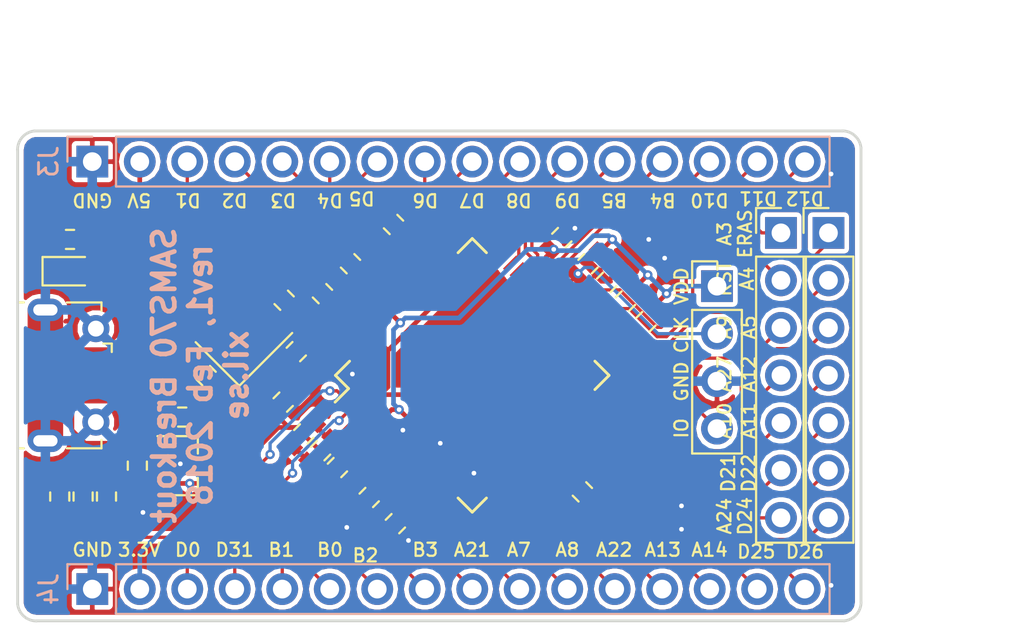
<source format=kicad_pcb>
(kicad_pcb (version 20171130) (host pcbnew "(2018-02-09 revision 07fff6ed3)-makepkg")
  (layers (0 F.Cu signal) (31 B.Cu signal) (34 B.Paste user) (35 F.Paste user) (36 B.SilkS user) (37 F.SilkS user) (38 B.Mask user) (39 F.Mask user) (44 Edge.Cuts user))
  (net 0 "")
  (net 1 VBUS)
  (net 2 +3V3)
  (net 3 GND)
  (net 4 /SWDIO)
  (net 5 /SWCLK)
  (net 6 "Net-(C14-Pad2)")
  (net 7 /XIN)
  (net 8 /XOUT)
  (net 9 +1V2)
  (net 10 /PD1)
  (net 11 /PD2)
  (net 12 /PD3)
  (net 13 /PD4)
  (net 14 /PD5)
  (net 15 /PD6)
  (net 16 /PD7)
  (net 17 /PD8)
  (net 18 /PD9)
  (net 19 /PB5)
  (net 20 /PB4)
  (net 21 "Net-(U1-Pad45)")
  (net 22 /PD10)
  (net 23 /PD11)
  (net 24 /PD12)
  (net 25 /PA3)
  (net 26 /ERASE)
  (net 27 "Net-(U1-Pad37)")
  (net 28 /RESET)
  (net 29 /PA4)
  (net 30 /PA9)
  (net 31 /PA5)
  (net 32 /PA27)
  (net 33 /PA12)
  (net 34 /PA10)
  (net 35 /PA11)
  (net 36 /PD21)
  (net 37 /PD22)
  (net 38 /PA24)
  (net 39 /PD24)
  (net 40 /PD26)
  (net 41 /PD25)
  (net 42 /PA14)
  (net 43 /PA13)
  (net 44 /PA22)
  (net 45 /PA8)
  (net 46 /PA7)
  (net 47 /PA21)
  (net 48 /PB3)
  (net 49 /PB2)
  (net 50 /PB0)
  (net 51 /PB1)
  (net 52 /PD31)
  (net 53 /PD0)
  (net 54 "Net-(J1-Pad4)")
  (net 55 /USB_D+)
  (net 56 /USB_D-)
  (net 57 "Net-(D1-Pad1)")
  (module LED_SMD:LED_0603_1608Metric (layer F.Cu) (at 109.3 59.2)
    (fp_text reference D1 hide)
    (fp_text value PWR)
    (pad 1 smd rect (at -0.875 0) (size 0.67 1) (layers F.Cu F.Paste F.Mask) (net 57 "Net-(D1-Pad1)"))
    (pad 2 smd rect (at 0.875 0) (size 0.67 1) (layers F.Cu F.Paste F.Mask) (net 1 VBUS))
  )
  (module Resistor_SMD:R_0603_1608Metric (layer F.Cu) (at 109.3 57.5)
    (fp_text reference R8 hide)
    (fp_text value 560R)
    (pad 1 smd rect (at -0.875 0) (size 0.67 1) (layers F.Cu F.Paste F.Mask) (net 57 "Net-(D1-Pad1)"))
    (pad 2 smd rect (at 0.875 0) (size 0.67 1) (layers F.Cu F.Paste F.Mask) (net 3 GND))
  )
  (module Capacitor_SMD:C_0603_1608Metric (layer F.Cu) (at 126.6 56.7 315)
    (fp_text reference C13 hide)
    (fp_text value 0.1uF)
    (pad 2 smd rect (at 0.874999 0 315) (size 0.67 1) (layers F.Cu F.Paste F.Mask) (net 9 +1V2))
    (pad 1 smd rect (at -0.874999 0 315) (size 0.67 1) (layers F.Cu F.Paste F.Mask) (net 3 GND))
  )
  (module Capacitor_SMD:C_0603_1608Metric (layer F.Cu) (at 121.4 63.5 45)
    (fp_text reference C14 hide)
    (fp_text value 4.7uF)
    (pad 1 smd rect (at -0.874999 0 45) (size 0.67 1) (layers F.Cu F.Paste F.Mask) (net 3 GND))
    (pad 2 smd rect (at 0.874999 0 45) (size 0.67 1) (layers F.Cu F.Paste F.Mask) (net 6 "Net-(C14-Pad2)"))
  )
  (module Capacitor_SMD:C_0603_1608Metric (layer F.Cu) (at 115.3 67)
    (fp_text reference C15 hide)
    (fp_text value 1uF)
    (pad 2 smd rect (at 0.875 0) (size 0.67 1) (layers F.Cu F.Paste F.Mask) (net 1 VBUS))
    (pad 1 smd rect (at -0.875 0) (size 0.67 1) (layers F.Cu F.Paste F.Mask) (net 3 GND))
  )
  (module Capacitor_SMD:C_0603_1608Metric (layer F.Cu) (at 112.9 69.6 90)
    (fp_text reference C16 hide)
    (fp_text value 1uF)
    (pad 1 smd rect (at -0.875 0 90) (size 0.67 1) (layers F.Cu F.Paste F.Mask) (net 2 +3V3))
    (pad 2 smd rect (at 0.875 0 90) (size 0.67 1) (layers F.Cu F.Paste F.Mask) (net 3 GND))
  )
  (module Capacitor_SMD:C_0603_1608Metric (layer F.Cu) (at 111.25 71.25 90)
    (fp_text reference C1 hide)
    (fp_text value 4.7uF)
    (pad 2 smd rect (at 0.875 0 90) (size 0.67 1) (layers F.Cu F.Paste F.Mask) (net 1 VBUS))
    (pad 1 smd rect (at -0.875 0 90) (size 0.67 1) (layers F.Cu F.Paste F.Mask) (net 3 GND))
  )
  (module Capacitor_SMD:C_0603_1608Metric (layer F.Cu) (at 122.7 68.8 45)
    (fp_text reference C11 hide)
    (fp_text value 0.1uF)
    (pad 1 smd rect (at -0.874999 0 45) (size 0.67 1) (layers F.Cu F.Paste F.Mask) (net 3 GND))
    (pad 2 smd rect (at 0.874999 0 45) (size 0.67 1) (layers F.Cu F.Paste F.Mask) (net 9 +1V2))
  )
  (module Capacitor_SMD:C_0603_1608Metric (layer F.Cu) (at 121.8 67.9 45)
    (fp_text reference C10 hide)
    (fp_text value 1uF)
    (pad 2 smd rect (at 0.874999 0 45) (size 0.67 1) (layers F.Cu F.Paste F.Mask) (net 9 +1V2))
    (pad 1 smd rect (at -0.874999 0 45) (size 0.67 1) (layers F.Cu F.Paste F.Mask) (net 3 GND))
  )
  (module Capacitor_SMD:C_0603_1608Metric (layer F.Cu) (at 124.3 58.8 135)
    (fp_text reference C9 hide)
    (fp_text value 0.1uF)
    (pad 1 smd rect (at -0.874999 0 135) (size 0.67 1) (layers F.Cu F.Paste F.Mask) (net 2 +3V3))
    (pad 2 smd rect (at 0.874999 0 135) (size 0.67 1) (layers F.Cu F.Paste F.Mask) (net 3 GND))
  )
  (module Capacitor_SMD:C_0603_1608Metric (layer F.Cu) (at 135.6 57.4 45)
    (fp_text reference C8 hide)
    (fp_text value 0.1uF)
    (pad 2 smd rect (at 0.874999 0 45) (size 0.67 1) (layers F.Cu F.Paste F.Mask) (net 3 GND))
    (pad 1 smd rect (at -0.874999 0 45) (size 0.67 1) (layers F.Cu F.Paste F.Mask) (net 2 +3V3))
  )
  (module Capacitor_SMD:C_0603_1608Metric (layer F.Cu) (at 125.3 71.3 225)
    (fp_text reference C7 hide)
    (fp_text value 0.1uF)
    (pad 1 smd rect (at -0.874999 0 225) (size 0.67 1) (layers F.Cu F.Paste F.Mask) (net 2 +3V3))
    (pad 2 smd rect (at 0.874999 0 225) (size 0.67 1) (layers F.Cu F.Paste F.Mask) (net 3 GND))
  )
  (module Capacitor_SMD:C_0603_1608Metric (layer F.Cu) (at 122.8 60.4 135)
    (fp_text reference C6 hide)
    (fp_text value 0.1uF)
    (pad 2 smd rect (at 0.874999 0 135) (size 0.67 1) (layers F.Cu F.Paste F.Mask) (net 3 GND))
    (pad 1 smd rect (at -0.874999 0 135) (size 0.67 1) (layers F.Cu F.Paste F.Mask) (net 9 +1V2))
  )
  (module Capacitor_SMD:C_0603_1608Metric (layer F.Cu) (at 136.7 71 315)
    (fp_text reference C5 hide)
    (fp_text value 0.1uF)
    (pad 1 smd rect (at -0.874999 0 315) (size 0.67 1) (layers F.Cu F.Paste F.Mask) (net 9 +1V2))
    (pad 2 smd rect (at 0.874999 0 315) (size 0.67 1) (layers F.Cu F.Paste F.Mask) (net 3 GND))
  )
  (module Capacitor_SMD:C_0603_1608Metric (layer F.Cu) (at 126.7 72.7 225)
    (fp_text reference C4 hide)
    (fp_text value 0.1uF)
    (pad 2 smd rect (at 0.874999 0 225) (size 0.67 1) (layers F.Cu F.Paste F.Mask) (net 3 GND))
    (pad 1 smd rect (at -0.874999 0 225) (size 0.67 1) (layers F.Cu F.Paste F.Mask) (net 9 +1V2))
  )
  (module Capacitor_SMD:C_0603_1608Metric (layer F.Cu) (at 120.74928 60.752601 135)
    (fp_text reference C3 hide)
    (fp_text value 12pF)
    (pad 1 smd rect (at -0.874999 0 135) (size 0.67 1) (layers F.Cu F.Paste F.Mask) (net 8 /XOUT))
    (pad 2 smd rect (at 0.874999 0 135) (size 0.67 1) (layers F.Cu F.Paste F.Mask) (net 3 GND))
  )
  (module Capacitor_SMD:C_0603_1608Metric (layer F.Cu) (at 123.6 69.7 45)
    (fp_text reference C12 hide)
    (fp_text value 0.1uF)
    (pad 2 smd rect (at 0.874999 0 45) (size 0.67 1) (layers F.Cu F.Paste F.Mask) (net 2 +3V3))
    (pad 1 smd rect (at -0.874999 0 45) (size 0.67 1) (layers F.Cu F.Paste F.Mask) (net 3 GND))
  )
  (module Capacitor_SMD:C_0603_1608Metric (layer F.Cu) (at 116.57735 64.78311 315)
    (fp_text reference C2 hide)
    (fp_text value 12pF)
    (pad 1 smd rect (at -0.874999 0 315) (size 0.67 1) (layers F.Cu F.Paste F.Mask) (net 7 /XIN))
    (pad 2 smd rect (at 0.874999 0 315) (size 0.67 1) (layers F.Cu F.Paste F.Mask) (net 3 GND))
  )
  (module Connector_PinHeader_2.54mm:PinHeader_1x04_P2.54mm_Vertical (layer F.Cu) (at 143.9 60)
    (fp_text reference J2 hide)
    (fp_text value Conn_01x04)
    (pad 1 thru_hole rect (at 0 0) (size 1.7 1.7) (drill 1) (layers *.Cu *.Mask) (net 2 +3V3))
    (pad 2 thru_hole oval (at 0 2.54) (size 1.7 1.7) (drill 1) (layers *.Cu *.Mask) (net 5 /SWCLK))
    (pad 3 thru_hole oval (at 0 5.08) (size 1.7 1.7) (drill 1) (layers *.Cu *.Mask) (net 3 GND))
    (pad 4 thru_hole oval (at 0 7.62) (size 1.7 1.7) (drill 1) (layers *.Cu *.Mask) (net 4 /SWDIO))
  )
  (module Connector_PinHeader_2.54mm:PinHeader_1x07_P2.54mm_Vertical (layer F.Cu) (at 149.86 57.15)
    (fp_text reference J6 hide)
    (fp_text value Conn_01x07)
    (pad 7 thru_hole oval (at 0 15.24) (size 1.7 1.7) (drill 1) (layers *.Cu *.Mask) (net 39 /PD24))
    (pad 6 thru_hole oval (at 0 12.7) (size 1.7 1.7) (drill 1) (layers *.Cu *.Mask) (net 37 /PD22))
    (pad 5 thru_hole oval (at 0 10.16) (size 1.7 1.7) (drill 1) (layers *.Cu *.Mask) (net 35 /PA11))
    (pad 4 thru_hole oval (at 0 7.62) (size 1.7 1.7) (drill 1) (layers *.Cu *.Mask) (net 33 /PA12))
    (pad 3 thru_hole oval (at 0 5.08) (size 1.7 1.7) (drill 1) (layers *.Cu *.Mask) (net 31 /PA5))
    (pad 2 thru_hole oval (at 0 2.54) (size 1.7 1.7) (drill 1) (layers *.Cu *.Mask) (net 29 /PA4))
    (pad 1 thru_hole rect (at 0 0) (size 1.7 1.7) (drill 1) (layers *.Cu *.Mask) (net 26 /ERASE))
  )
  (module Connector_PinHeader_2.54mm:PinHeader_1x07_P2.54mm_Vertical (layer F.Cu) (at 147.32 57.15)
    (fp_text reference J5 hide)
    (fp_text value Conn_01x07)
    (pad 1 thru_hole rect (at 0 0) (size 1.7 1.7) (drill 1) (layers *.Cu *.Mask) (net 25 /PA3))
    (pad 2 thru_hole oval (at 0 2.54) (size 1.7 1.7) (drill 1) (layers *.Cu *.Mask) (net 28 /RESET))
    (pad 3 thru_hole oval (at 0 5.08) (size 1.7 1.7) (drill 1) (layers *.Cu *.Mask) (net 30 /PA9))
    (pad 4 thru_hole oval (at 0 7.62) (size 1.7 1.7) (drill 1) (layers *.Cu *.Mask) (net 32 /PA27))
    (pad 5 thru_hole oval (at 0 10.16) (size 1.7 1.7) (drill 1) (layers *.Cu *.Mask) (net 34 /PA10))
    (pad 6 thru_hole oval (at 0 12.7) (size 1.7 1.7) (drill 1) (layers *.Cu *.Mask) (net 36 /PD21))
    (pad 7 thru_hole oval (at 0 15.24) (size 1.7 1.7) (drill 1) (layers *.Cu *.Mask) (net 38 /PA24))
  )
  (module Connector_PinHeader_2.54mm:PinHeader_1x16_P2.54mm_Vertical (layer B.Cu) (at 110.49 76.2 270)
    (fp_text reference J4 (at 0 2.33 270) (layer B.SilkS) (effects (justify mirror)))
    (fp_text value Conn_01x16)
    (pad 16 thru_hole oval (at 0 -38.1 270) (size 1.7 1.7) (drill 1) (layers *.Cu *.Mask) (net 40 /PD26))
    (pad 15 thru_hole oval (at 0 -35.56 270) (size 1.7 1.7) (drill 1) (layers *.Cu *.Mask) (net 41 /PD25))
    (pad 14 thru_hole oval (at 0 -33.02 270) (size 1.7 1.7) (drill 1) (layers *.Cu *.Mask) (net 42 /PA14))
    (pad 13 thru_hole oval (at 0 -30.48 270) (size 1.7 1.7) (drill 1) (layers *.Cu *.Mask) (net 43 /PA13))
    (pad 12 thru_hole oval (at 0 -27.94 270) (size 1.7 1.7) (drill 1) (layers *.Cu *.Mask) (net 44 /PA22))
    (pad 11 thru_hole oval (at 0 -25.4 270) (size 1.7 1.7) (drill 1) (layers *.Cu *.Mask) (net 45 /PA8))
    (pad 10 thru_hole oval (at 0 -22.86 270) (size 1.7 1.7) (drill 1) (layers *.Cu *.Mask) (net 46 /PA7))
    (pad 9 thru_hole oval (at 0 -20.32 270) (size 1.7 1.7) (drill 1) (layers *.Cu *.Mask) (net 47 /PA21))
    (pad 8 thru_hole oval (at 0 -17.78 270) (size 1.7 1.7) (drill 1) (layers *.Cu *.Mask) (net 48 /PB3))
    (pad 7 thru_hole oval (at 0 -15.24 270) (size 1.7 1.7) (drill 1) (layers *.Cu *.Mask) (net 49 /PB2))
    (pad 6 thru_hole oval (at 0 -12.7 270) (size 1.7 1.7) (drill 1) (layers *.Cu *.Mask) (net 50 /PB0))
    (pad 5 thru_hole oval (at 0 -10.16 270) (size 1.7 1.7) (drill 1) (layers *.Cu *.Mask) (net 51 /PB1))
    (pad 4 thru_hole oval (at 0 -7.62 270) (size 1.7 1.7) (drill 1) (layers *.Cu *.Mask) (net 52 /PD31))
    (pad 3 thru_hole oval (at 0 -5.08 270) (size 1.7 1.7) (drill 1) (layers *.Cu *.Mask) (net 53 /PD0))
    (pad 2 thru_hole oval (at 0 -2.54 270) (size 1.7 1.7) (drill 1) (layers *.Cu *.Mask) (net 2 +3V3))
    (pad 1 thru_hole rect (at 0 0 270) (size 1.7 1.7) (drill 1) (layers *.Cu *.Mask) (net 3 GND))
  )
  (module Connector_PinHeader_2.54mm:PinHeader_1x16_P2.54mm_Vertical (layer B.Cu) (at 110.49 53.34 270)
    (fp_text reference J3 (at 0 2.33 270) (layer B.SilkS) (effects (justify mirror)))
    (fp_text value Conn_01x16)
    (pad 1 thru_hole rect (at 0 0 270) (size 1.7 1.7) (drill 1) (layers *.Cu *.Mask) (net 3 GND))
    (pad 2 thru_hole oval (at 0 -2.54 270) (size 1.7 1.7) (drill 1) (layers *.Cu *.Mask) (net 1 VBUS))
    (pad 3 thru_hole oval (at 0 -5.08 270) (size 1.7 1.7) (drill 1) (layers *.Cu *.Mask) (net 10 /PD1))
    (pad 4 thru_hole oval (at 0 -7.62 270) (size 1.7 1.7) (drill 1) (layers *.Cu *.Mask) (net 11 /PD2))
    (pad 5 thru_hole oval (at 0 -10.16 270) (size 1.7 1.7) (drill 1) (layers *.Cu *.Mask) (net 12 /PD3))
    (pad 6 thru_hole oval (at 0 -12.7 270) (size 1.7 1.7) (drill 1) (layers *.Cu *.Mask) (net 13 /PD4))
    (pad 7 thru_hole oval (at 0 -15.24 270) (size 1.7 1.7) (drill 1) (layers *.Cu *.Mask) (net 14 /PD5))
    (pad 8 thru_hole oval (at 0 -17.78 270) (size 1.7 1.7) (drill 1) (layers *.Cu *.Mask) (net 15 /PD6))
    (pad 9 thru_hole oval (at 0 -20.32 270) (size 1.7 1.7) (drill 1) (layers *.Cu *.Mask) (net 16 /PD7))
    (pad 10 thru_hole oval (at 0 -22.86 270) (size 1.7 1.7) (drill 1) (layers *.Cu *.Mask) (net 17 /PD8))
    (pad 11 thru_hole oval (at 0 -25.4 270) (size 1.7 1.7) (drill 1) (layers *.Cu *.Mask) (net 18 /PD9))
    (pad 12 thru_hole oval (at 0 -27.94 270) (size 1.7 1.7) (drill 1) (layers *.Cu *.Mask) (net 19 /PB5))
    (pad 13 thru_hole oval (at 0 -30.48 270) (size 1.7 1.7) (drill 1) (layers *.Cu *.Mask) (net 20 /PB4))
    (pad 14 thru_hole oval (at 0 -33.02 270) (size 1.7 1.7) (drill 1) (layers *.Cu *.Mask) (net 22 /PD10))
    (pad 15 thru_hole oval (at 0 -35.56 270) (size 1.7 1.7) (drill 1) (layers *.Cu *.Mask) (net 23 /PD11))
    (pad 16 thru_hole oval (at 0 -38.1 270) (size 1.7 1.7) (drill 1) (layers *.Cu *.Mask) (net 24 /PD12))
  )
  (module Connector_USB:USB_Micro-B_Molex-105017-0001 (layer F.Cu) (at 109.22 64.77 270)
    (fp_text reference J1 hide)
    (fp_text value USB_OTG)
    (pad 6 smd rect (at 1 1.2375 270) (size 1.5 1.9) (layers F.Cu F.Paste F.Mask) (net 3 GND))
    (pad 6 thru_hole circle (at -2.5 -1.4625 270) (size 1.45 1.45) (drill 0.85) (layers *.Cu *.Mask) (net 3 GND))
    (pad 2 smd rect (at -0.65 -1.4625 270) (size 0.4 1.35) (layers F.Cu F.Paste F.Mask) (net 56 /USB_D-))
    (pad 1 smd rect (at -1.3 -1.4625 270) (size 0.4 1.35) (layers F.Cu F.Paste F.Mask) (net 1 VBUS))
    (pad 5 smd rect (at 1.3 -1.4625 270) (size 0.4 1.35) (layers F.Cu F.Paste F.Mask) (net 3 GND))
    (pad 4 smd rect (at 0.65 -1.4625 270) (size 0.4 1.35) (layers F.Cu F.Paste F.Mask) (net 54 "Net-(J1-Pad4)"))
    (pad 3 smd rect (at 0 -1.4625 270) (size 0.4 1.35) (layers F.Cu F.Paste F.Mask) (net 55 /USB_D+))
    (pad 6 thru_hole circle (at 2.5 -1.4625 270) (size 1.45 1.45) (drill 0.85) (layers *.Cu *.Mask) (net 3 GND))
    (pad 6 smd rect (at -1 1.2375 270) (size 1.5 1.9) (layers F.Cu F.Paste F.Mask) (net 3 GND))
    (pad 6 thru_hole oval (at -3.5 1.2375 90) (size 1.2 1.9) (drill oval 0.6 1.3) (layers *.Cu *.Mask) (net 3 GND))
    (pad 6 thru_hole oval (at 3.5 1.2375 270) (size 1.2 1.9) (drill oval 0.6 1.3) (layers *.Cu *.Mask) (net 3 GND))
    (pad 6 smd rect (at 2.9 1.2375 270) (size 1.2 1.9) (layers F.Cu F.Mask) (net 3 GND))
    (pad 6 smd rect (at -2.9 1.2375 270) (size 1.2 1.9) (layers F.Cu F.Mask) (net 3 GND))
  )
  (module Crystal:Crystal_SMD_3225-4Pin_3.2x2.5mm (layer F.Cu) (at 118.6 62.748494 45)
    (fp_text reference Y1 hide)
    (fp_text value 16MHz)
    (pad 1 smd rect (at -1.1 0.85 45) (size 1.4 1.2) (layers F.Cu F.Paste F.Mask) (net 7 /XIN))
    (pad 2 smd rect (at 1.1 0.85 45) (size 1.4 1.2) (layers F.Cu F.Paste F.Mask) (net 3 GND))
    (pad 3 smd rect (at 1.1 -0.85 45) (size 1.4 1.2) (layers F.Cu F.Paste F.Mask) (net 8 /XOUT))
    (pad 4 smd rect (at -1.1 -0.85 45) (size 1.4 1.2) (layers F.Cu F.Paste F.Mask) (net 3 GND))
  )
  (module Package_QFP:LQFP-64_10x10mm_P0.5mm (layer F.Cu) (at 130.81 64.77 45)
    (fp_text reference U1 hide)
    (fp_text value ATSAME70J20A-AN)
    (pad 1 smd rect (at -5.7 -3.75 45) (size 1 0.25) (layers F.Cu F.Paste F.Mask) (net 53 /PD0))
    (pad 2 smd rect (at -5.7 -3.25 45) (size 1 0.25) (layers F.Cu F.Paste F.Mask) (net 52 /PD31))
    (pad 3 smd rect (at -5.7 -2.75 45) (size 1 0.25) (layers F.Cu F.Paste F.Mask) (net 9 +1V2))
    (pad 4 smd rect (at -5.7 -2.25 45) (size 1 0.25) (layers F.Cu F.Paste F.Mask) (net 2 +3V3))
    (pad 5 smd rect (at -5.7 -1.75 45) (size 1 0.25) (layers F.Cu F.Paste F.Mask) (net 2 +3V3))
    (pad 6 smd rect (at -5.7 -1.25 45) (size 1 0.25) (layers F.Cu F.Paste F.Mask) (net 3 GND))
    (pad 7 smd rect (at -5.7 -0.75 45) (size 1 0.25) (layers F.Cu F.Paste F.Mask) (net 51 /PB1))
    (pad 8 smd rect (at -5.7 -0.25 45) (size 1 0.25) (layers F.Cu F.Paste F.Mask) (net 50 /PB0))
    (pad 9 smd rect (at -5.7 0.25 45) (size 1 0.25) (layers F.Cu F.Paste F.Mask) (net 49 /PB2))
    (pad 10 smd rect (at -5.7 0.75 45) (size 1 0.25) (layers F.Cu F.Paste F.Mask) (net 2 +3V3))
    (pad 11 smd rect (at -5.7 1.25 45) (size 1 0.25) (layers F.Cu F.Paste F.Mask) (net 48 /PB3))
    (pad 12 smd rect (at -5.7 1.75 45) (size 1 0.25) (layers F.Cu F.Paste F.Mask) (net 47 /PA21))
    (pad 13 smd rect (at -5.7 2.25 45) (size 1 0.25) (layers F.Cu F.Paste F.Mask) (net 9 +1V2))
    (pad 14 smd rect (at -5.7 2.75 45) (size 1 0.25) (layers F.Cu F.Paste F.Mask) (net 3 GND))
    (pad 15 smd rect (at -5.7 3.25 45) (size 1 0.25) (layers F.Cu F.Paste F.Mask) (net 46 /PA7))
    (pad 16 smd rect (at -5.7 3.75 45) (size 1 0.25) (layers F.Cu F.Paste F.Mask) (net 45 /PA8))
    (pad 17 smd rect (at -3.75 5.7 135) (size 1 0.25) (layers F.Cu F.Paste F.Mask) (net 44 /PA22))
    (pad 18 smd rect (at -3.25 5.7 135) (size 1 0.25) (layers F.Cu F.Paste F.Mask) (net 43 /PA13))
    (pad 19 smd rect (at -2.75 5.7 135) (size 1 0.25) (layers F.Cu F.Paste F.Mask) (net 42 /PA14))
    (pad 20 smd rect (at -2.25 5.7 135) (size 1 0.25) (layers F.Cu F.Paste F.Mask) (net 41 /PD25))
    (pad 21 smd rect (at -1.75 5.7 135) (size 1 0.25) (layers F.Cu F.Paste F.Mask) (net 40 /PD26))
    (pad 22 smd rect (at -1.25 5.7 135) (size 1 0.25) (layers F.Cu F.Paste F.Mask) (net 39 /PD24))
    (pad 23 smd rect (at -0.75 5.7 135) (size 1 0.25) (layers F.Cu F.Paste F.Mask) (net 38 /PA24))
    (pad 24 smd rect (at -0.25 5.7 135) (size 1 0.25) (layers F.Cu F.Paste F.Mask) (net 9 +1V2))
    (pad 25 smd rect (at 0.25 5.7 135) (size 1 0.25) (layers F.Cu F.Paste F.Mask) (net 37 /PD22))
    (pad 26 smd rect (at 0.75 5.7 135) (size 1 0.25) (layers F.Cu F.Paste F.Mask) (net 36 /PD21))
    (pad 27 smd rect (at 1.25 5.7 135) (size 1 0.25) (layers F.Cu F.Paste F.Mask) (net 35 /PA11))
    (pad 28 smd rect (at 1.75 5.7 135) (size 1 0.25) (layers F.Cu F.Paste F.Mask) (net 34 /PA10))
    (pad 29 smd rect (at 2.25 5.7 135) (size 1 0.25) (layers F.Cu F.Paste F.Mask) (net 33 /PA12))
    (pad 30 smd rect (at 2.75 5.7 135) (size 1 0.25) (layers F.Cu F.Paste F.Mask) (net 32 /PA27))
    (pad 31 smd rect (at 3.25 5.7 135) (size 1 0.25) (layers F.Cu F.Paste F.Mask) (net 3 GND))
    (pad 32 smd rect (at 3.75 5.7 135) (size 1 0.25) (layers F.Cu F.Paste F.Mask) (net 31 /PA5))
    (pad 33 smd rect (at 5.7 3.75 45) (size 1 0.25) (layers F.Cu F.Paste F.Mask) (net 30 /PA9))
    (pad 34 smd rect (at 5.7 3.25 45) (size 1 0.25) (layers F.Cu F.Paste F.Mask) (net 29 /PA4))
    (pad 35 smd rect (at 5.7 2.75 45) (size 1 0.25) (layers F.Cu F.Paste F.Mask) (net 4 /SWDIO))
    (pad 36 smd rect (at 5.7 2.25 45) (size 1 0.25) (layers F.Cu F.Paste F.Mask) (net 28 /RESET))
    (pad 37 smd rect (at 5.7 1.75 45) (size 1 0.25) (layers F.Cu F.Paste F.Mask) (net 27 "Net-(U1-Pad37)"))
    (pad 38 smd rect (at 5.7 1.25 45) (size 1 0.25) (layers F.Cu F.Paste F.Mask) (net 26 /ERASE))
    (pad 39 smd rect (at 5.7 0.75 45) (size 1 0.25) (layers F.Cu F.Paste F.Mask) (net 5 /SWCLK))
    (pad 40 smd rect (at 5.7 0.25 45) (size 1 0.25) (layers F.Cu F.Paste F.Mask) (net 25 /PA3))
    (pad 41 smd rect (at 5.7 -0.25 45) (size 1 0.25) (layers F.Cu F.Paste F.Mask) (net 24 /PD12))
    (pad 42 smd rect (at 5.7 -0.75 45) (size 1 0.25) (layers F.Cu F.Paste F.Mask) (net 2 +3V3))
    (pad 43 smd rect (at 5.7 -1.25 45) (size 1 0.25) (layers F.Cu F.Paste F.Mask) (net 23 /PD11))
    (pad 44 smd rect (at 5.7 -1.75 45) (size 1 0.25) (layers F.Cu F.Paste F.Mask) (net 22 /PD10))
    (pad 45 smd rect (at 5.7 -2.25 45) (size 1 0.25) (layers F.Cu F.Paste F.Mask) (net 21 "Net-(U1-Pad45)"))
    (pad 46 smd rect (at 5.7 -2.75 45) (size 1 0.25) (layers F.Cu F.Paste F.Mask) (net 20 /PB4))
    (pad 47 smd rect (at 5.7 -3.25 45) (size 1 0.25) (layers F.Cu F.Paste F.Mask) (net 19 /PB5))
    (pad 48 smd rect (at 5.7 -3.75 45) (size 1 0.25) (layers F.Cu F.Paste F.Mask) (net 18 /PD9))
    (pad 49 smd rect (at 3.75 -5.7 135) (size 1 0.25) (layers F.Cu F.Paste F.Mask) (net 17 /PD8))
    (pad 50 smd rect (at 3.25 -5.7 135) (size 1 0.25) (layers F.Cu F.Paste F.Mask) (net 16 /PD7))
    (pad 51 smd rect (at 2.75 -5.7 135) (size 1 0.25) (layers F.Cu F.Paste F.Mask) (net 15 /PD6))
    (pad 52 smd rect (at 2.25 -5.7 135) (size 1 0.25) (layers F.Cu F.Paste F.Mask) (net 9 +1V2))
    (pad 53 smd rect (at 1.75 -5.7 135) (size 1 0.25) (layers F.Cu F.Paste F.Mask) (net 14 /PD5))
    (pad 54 smd rect (at 1.25 -5.7 135) (size 1 0.25) (layers F.Cu F.Paste F.Mask) (net 13 /PD4))
    (pad 55 smd rect (at 0.75 -5.7 135) (size 1 0.25) (layers F.Cu F.Paste F.Mask) (net 12 /PD3))
    (pad 56 smd rect (at 0.25 -5.7 135) (size 1 0.25) (layers F.Cu F.Paste F.Mask) (net 11 /PD2))
    (pad 57 smd rect (at -0.25 -5.7 135) (size 1 0.25) (layers F.Cu F.Paste F.Mask) (net 10 /PD1))
    (pad 58 smd rect (at -0.75 -5.7 135) (size 1 0.25) (layers F.Cu F.Paste F.Mask) (net 2 +3V3))
    (pad 59 smd rect (at -1.25 -5.7 135) (size 1 0.25) (layers F.Cu F.Paste F.Mask) (net 56 /USB_D-))
    (pad 60 smd rect (at -1.75 -5.7 135) (size 1 0.25) (layers F.Cu F.Paste F.Mask) (net 55 /USB_D+))
    (pad 61 smd rect (at -2.25 -5.7 135) (size 1 0.25) (layers F.Cu F.Paste F.Mask) (net 9 +1V2))
    (pad 62 smd rect (at -2.75 -5.7 135) (size 1 0.25) (layers F.Cu F.Paste F.Mask) (net 8 /XOUT))
    (pad 63 smd rect (at -3.25 -5.7 135) (size 1 0.25) (layers F.Cu F.Paste F.Mask) (net 7 /XIN))
    (pad 64 smd rect (at -3.75 -5.7 135) (size 1 0.25) (layers F.Cu F.Paste F.Mask) (net 6 "Net-(C14-Pad2)"))
  )
  (module Package_TO_SOT_SMD:SOT-23 (layer F.Cu) (at 115.375952 69.6)
    (fp_text reference U2 hide)
    (fp_text value XC6206P332MR)
    (pad 1 smd rect (at -1 -0.95) (size 0.9 0.8) (layers F.Cu F.Paste F.Mask) (net 3 GND))
    (pad 2 smd rect (at -1 0.95) (size 0.9 0.8) (layers F.Cu F.Paste F.Mask) (net 2 +3V3))
    (pad 3 smd rect (at 1 0) (size 0.9 0.8) (layers F.Cu F.Paste F.Mask) (net 1 VBUS))
  )
  (module Resistor_SMD:R_0603_1608Metric (layer F.Cu) (at 140.1 61.9 225)
    (fp_text reference R6 hide)
    (fp_text value 10K)
    (pad 1 smd rect (at -0.874999 0 225) (size 0.67 1) (layers F.Cu F.Paste F.Mask) (net 2 +3V3))
    (pad 2 smd rect (at 0.874999 0 225) (size 0.67 1) (layers F.Cu F.Paste F.Mask) (net 4 /SWDIO))
  )
  (module Resistor_SMD:R_0603_1608Metric (layer F.Cu) (at 137 58.8 225)
    (fp_text reference R7 hide)
    (fp_text value 10K)
    (pad 2 smd rect (at 0.874999 0 225) (size 0.67 1) (layers F.Cu F.Paste F.Mask) (net 5 /SWCLK))
    (pad 1 smd rect (at -0.874999 0 225) (size 0.67 1) (layers F.Cu F.Paste F.Mask) (net 2 +3V3))
  )
  (module Resistor_SMD:R_0603_1608Metric (layer F.Cu) (at 110 71.25 90)
    (fp_text reference R1 hide)
    (fp_text value 15k)
    (pad 1 smd rect (at -0.875 0 90) (size 0.67 1) (layers F.Cu F.Paste F.Mask) (net 53 /PD0))
    (pad 2 smd rect (at 0.875 0 90) (size 0.67 1) (layers F.Cu F.Paste F.Mask) (net 1 VBUS))
  )
  (module Resistor_SMD:R_0603_1608Metric (layer F.Cu) (at 108.75 71.25 90)
    (fp_text reference R2 hide)
    (fp_text value 22k)
    (pad 2 smd rect (at 0.875 0 90) (size 0.67 1) (layers F.Cu F.Paste F.Mask) (net 3 GND))
    (pad 1 smd rect (at -0.875 0 90) (size 0.67 1) (layers F.Cu F.Paste F.Mask) (net 53 /PD0))
  )
  (module Resistor_SMD:R_0603_1608Metric (layer F.Cu) (at 139 60.8 225)
    (fp_text reference R3 hide)
    (fp_text value 10K)
    (pad 1 smd rect (at -0.874999 0 225) (size 0.67 1) (layers F.Cu F.Paste F.Mask) (net 2 +3V3))
    (pad 2 smd rect (at 0.874999 0 225) (size 0.67 1) (layers F.Cu F.Paste F.Mask) (net 28 /RESET))
  )
  (module Resistor_SMD:R_0603_1608Metric (layer F.Cu) (at 120.7 66.2 45)
    (fp_text reference R4 hide)
    (fp_text value 2.2R)
    (pad 2 smd rect (at 0.874999 0 45) (size 0.67 1) (layers F.Cu F.Paste F.Mask) (net 6 "Net-(C14-Pad2)"))
    (pad 1 smd rect (at -0.874999 0 45) (size 0.67 1) (layers F.Cu F.Paste F.Mask) (net 2 +3V3))
  )
  (module Resistor_SMD:R_0603_1608Metric (layer F.Cu) (at 138 59.8 45)
    (fp_text reference R5 hide)
    (fp_text value 10K)
    (pad 1 smd rect (at -0.874999 0 45) (size 0.67 1) (layers F.Cu F.Paste F.Mask) (net 26 /ERASE))
    (pad 2 smd rect (at 0.874999 0 45) (size 0.67 1) (layers F.Cu F.Paste F.Mask) (net 3 GND))
  )
  (gr_arc (start 107.5 76.9) (end 106.500001 76.999999) (angle -84.3) (layer Edge.Cuts) (width 0.15))
  (gr_arc (start 107.5 52.7) (end 107.400001 51.700001) (angle -84.3) (layer Edge.Cuts) (width 0.15))
  (gr_arc (start 150.6 52.7) (end 151.599999 52.600001) (angle -84.3) (layer Edge.Cuts) (width 0.15))
  (gr_arc (start 150.6 76.9) (end 150.699999 77.899999) (angle -84.3) (layer Edge.Cuts) (width 0.15))
  (gr_text "SAMS70 Breakout\nrev1, Feb 2018\nxil.se" (at 116.2685 64.77 90) (layer B.SilkS) (effects (font (size 1.2 1.2) (thickness 0.25)) (justify mirror)))
  (gr_text CLK (at 142 62.6 90) (layer F.SilkS) (effects (font (size 0.7 0.7) (thickness 0.12))))
  (gr_text IO (at 142 67.6 90) (layer F.SilkS) (effects (font (size 0.7 0.7) (thickness 0.12))))
  (gr_text VDD (at 142 60 90) (layer F.SilkS) (effects (font (size 0.7 0.7) (thickness 0.12))))
  (gr_text GND (at 142 65.1 90) (layer F.SilkS) (effects (font (size 0.7 0.7) (thickness 0.12))))
  (gr_text D25 (at 146 74.2) (layer F.SilkS) (effects (font (size 0.7 0.7) (thickness 0.12))))
  (gr_text D26 (at 148.6 74.2) (layer F.SilkS) (effects (font (size 0.7 0.7) (thickness 0.12))))
  (gr_text A14 (at 143.5 74.1) (layer F.SilkS) (effects (font (size 0.7 0.7) (thickness 0.12))))
  (gr_text A13 (at 141 74.1) (layer F.SilkS) (effects (font (size 0.7 0.7) (thickness 0.12))))
  (gr_text A22 (at 138.4 74.1) (layer F.SilkS) (effects (font (size 0.7 0.7) (thickness 0.12))))
  (gr_text A8 (at 135.9 74.1) (layer F.SilkS) (effects (font (size 0.7 0.7) (thickness 0.12))))
  (gr_text A7 (at 133.3 74.1) (layer F.SilkS) (effects (font (size 0.7 0.7) (thickness 0.12))))
  (gr_text A21 (at 130.8 74.1) (layer F.SilkS) (effects (font (size 0.7 0.7) (thickness 0.12))))
  (gr_text B2 (at 125.1 74.4) (layer F.SilkS) (effects (font (size 0.7 0.7) (thickness 0.12))))
  (gr_text B3 (at 128.3 74.1) (layer F.SilkS) (effects (font (size 0.7 0.7) (thickness 0.12))))
  (gr_text B0 (at 123.2 74.1) (layer F.SilkS) (effects (font (size 0.7 0.7) (thickness 0.12))))
  (gr_text D31 (at 118.1 74.1) (layer F.SilkS) (effects (font (size 0.7 0.7) (thickness 0.12))))
  (gr_text B1 (at 120.6 74.1) (layer F.SilkS) (effects (font (size 0.7 0.7) (thickness 0.12))))
  (gr_text D0 (at 115.6 74.1) (layer F.SilkS) (effects (font (size 0.7 0.7) (thickness 0.12))))
  (gr_text 3.3V (at 113 74.1) (layer F.SilkS) (effects (font (size 0.7 0.7) (thickness 0.12))))
  (gr_text GND (at 110.5 74.1) (layer F.SilkS) (effects (font (size 0.7 0.7) (thickness 0.12))))
  (gr_text D24 (at 145.4 72.3 90) (layer F.SilkS) (effects (font (size 0.7 0.7) (thickness 0.12))))
  (gr_text A24 (at 144.3 72.3 90) (layer F.SilkS) (effects (font (size 0.7 0.7) (thickness 0.12))))
  (gr_text D22 (at 145.6 70 90) (layer F.SilkS) (effects (font (size 0.7 0.7) (thickness 0.12))))
  (gr_text D21 (at 144.5 70 90) (layer F.SilkS) (effects (font (size 0.7 0.7) (thickness 0.12))))
  (gr_text A11 (at 145.6 67.2 90) (layer F.SilkS) (effects (font (size 0.7 0.7) (thickness 0.12))))
  (gr_text A10 (at 144.3 67.2 90) (layer F.SilkS) (effects (font (size 0.7 0.7) (thickness 0.12))))
  (gr_text A12 (at 145.6 64.7 90) (layer F.SilkS) (effects (font (size 0.7 0.7) (thickness 0.12))))
  (gr_text A27 (at 144.3 64.7 90) (layer F.SilkS) (effects (font (size 0.7 0.7) (thickness 0.12))))
  (gr_text A5 (at 145.6 62.2 90) (layer F.SilkS) (effects (font (size 0.7 0.7) (thickness 0.12))))
  (gr_text A9 (at 144.3 62.2 90) (layer F.SilkS) (effects (font (size 0.7 0.7) (thickness 0.12))))
  (gr_text RST (at 144.3 59.6 90) (layer F.SilkS) (effects (font (size 0.7 0.7) (thickness 0.12))))
  (gr_text A4 (at 145.5 59.6 90) (layer F.SilkS) (effects (font (size 0.7 0.7) (thickness 0.12))))
  (gr_text A3 (at 144.3 57.2 90) (layer F.SilkS) (effects (font (size 0.7 0.7) (thickness 0.12))))
  (gr_text ERAS (at 145.4 57.2 90) (layer F.SilkS) (effects (font (size 0.7 0.7) (thickness 0.12))))
  (gr_text D12 (at 148.6 55.3 180) (layer F.SilkS) (effects (font (size 0.7 0.7) (thickness 0.12))))
  (gr_text D11 (at 146.1 55.3 180) (layer F.SilkS) (effects (font (size 0.7 0.7) (thickness 0.12))))
  (gr_text D10 (at 143.5 55.4 180) (layer F.SilkS) (effects (font (size 0.7 0.7) (thickness 0.12))))
  (gr_text B4 (at 141 55.4 180) (layer F.SilkS) (effects (font (size 0.7 0.7) (thickness 0.12))))
  (gr_text B5 (at 138.4 55.4 180) (layer F.SilkS) (effects (font (size 0.7 0.7) (thickness 0.12))))
  (gr_text D5 (at 124.9 55.3 180) (layer F.SilkS) (effects (font (size 0.7 0.7) (thickness 0.12))))
  (gr_text D9 (at 135.9 55.4 180) (layer F.SilkS) (effects (font (size 0.7 0.7) (thickness 0.12))))
  (gr_text D8 (at 133.3 55.4 180) (layer F.SilkS) (effects (font (size 0.7 0.7) (thickness 0.12))))
  (gr_text D7 (at 130.8 55.4 180) (layer F.SilkS) (effects (font (size 0.7 0.7) (thickness 0.12))))
  (gr_text D6 (at 128.3 55.4 180) (layer F.SilkS) (effects (font (size 0.7 0.7) (thickness 0.12))))
  (gr_text D4 (at 123.2 55.4 180) (layer F.SilkS) (effects (font (size 0.7 0.7) (thickness 0.12))))
  (gr_text D3 (at 120.7 55.4 180) (layer F.SilkS) (effects (font (size 0.7 0.7) (thickness 0.12))))
  (gr_text D2 (at 118.1 55.4 180) (layer F.SilkS) (effects (font (size 0.7 0.7) (thickness 0.12))))
  (gr_text D1 (at 115.6 55.4 180) (layer F.SilkS) (effects (font (size 0.7 0.7) (thickness 0.12))))
  (gr_text 5V (at 113 55.4 180) (layer F.SilkS) (effects (font (size 0.7 0.7) (thickness 0.12))))
  (gr_text GND (at 110.5 55.4 180) (layer F.SilkS) (effects (font (size 0.7 0.7) (thickness 0.12))))
  (gr_line (start 106.5 77) (end 106.5 52.7) (layer Edge.Cuts) (width 0.15))
  (gr_line (start 150.7 77.9) (end 107.5 77.9) (layer Edge.Cuts) (width 0.15))
  (gr_line (start 151.6 52.6) (end 151.6 76.9) (layer Edge.Cuts) (width 0.15))
  (gr_line (start 107.4 51.7) (end 150.6 51.7) (layer Edge.Cuts) (width 0.15))
  (segment (start 113.03 62.07) (end 113.03 58.6) (width 0.25) (layer F.Cu) (net 1))
  (segment (start 113.03 58.6) (end 113.03 54.542081) (width 0.25) (layer F.Cu) (net 1))
  (segment (start 113.03 58.6) (end 112.43 59.2) (width 0.25) (layer F.Cu) (net 1))
  (segment (start 112.43 59.2) (end 110.175 59.2) (width 0.25) (layer F.Cu) (net 1))
  (segment (start 110.1 68.4) (end 111.6 68.4) (width 0.25) (layer F.Cu) (net 1))
  (segment (start 110 68.3) (end 110.1 68.4) (width 0.25) (layer F.Cu) (net 1))
  (segment (start 111.6 68.4) (end 112.1 67.9) (width 0.25) (layer F.Cu) (net 1))
  (segment (start 112.1 67.9) (end 115.6 67.9) (width 0.25) (layer F.Cu) (net 1))
  (segment (start 115.6 67.9) (end 116.05 68.35) (width 0.25) (layer F.Cu) (net 1))
  (segment (start 111.63 63.47) (end 113.03 62.07) (width 0.25) (layer F.Cu) (net 1))
  (segment (start 113.03 54.542081) (end 113.03 53.34) (width 0.25) (layer F.Cu) (net 1))
  (segment (start 110.57 63.47) (end 111.63 63.47) (width 0.25) (layer F.Cu) (net 1))
  (segment (start 134.734442 59.784898) (end 134.310179 60.209161) (width 0.25) (layer F.Cu) (net 2))
  (segment (start 134.765817 58.434183) (end 134.765817 59.753523) (width 0.25) (layer F.Cu) (net 2))
  (segment (start 134.765817 59.753523) (end 134.734442 59.784898) (width 0.25) (layer F.Cu) (net 2))
  (segment (start 135.16967 58.03033) (end 134.765817 58.434183) (width 0.25) (layer F.Cu) (net 2))
  (segment (start 113.03 74.27) (end 115.7 71.6) (width 0.25) (layer B.Cu) (net 2))
  (segment (start 113.03 76.2) (end 113.03 74.27) (width 0.25) (layer B.Cu) (net 2))
  (segment (start 115.7 71.6) (end 115.7 70.55) (width 0.25) (layer B.Cu) (net 2))
  (segment (start 115.7 70.55) (end 117.45 70.55) (width 0.25) (layer F.Cu) (net 2))
  (segment (start 114.375952 70.55) (end 115.7 70.55) (width 0.25) (layer F.Cu) (net 2))
  (via (at 115.7 70.55) (size 0.5) (drill 0.25) (layers F.Cu B.Cu) (net 2))
  (via (at 124.1 72.9) (size 0.5) (drill 0.25) (layers F.Cu B.Cu) (net 3))
  (segment (start 124.681282 71.918718) (end 124.373692 72.226308) (width 0.175) (layer F.Cu) (net 3))
  (segment (start 124.373692 72.226308) (end 124.373692 72.726308) (width 0.175) (layer F.Cu) (net 3))
  (via (at 115.2 69.5) (size 0.5) (drill 0.25) (layers F.Cu B.Cu) (net 3))
  (segment (start 123.681282 58.181282) (end 123.373692 57.873692) (width 0.175) (layer F.Cu) (net 3))
  (segment (start 123.373692 57.873692) (end 122.973692 57.873692) (width 0.175) (layer F.Cu) (net 3))
  (via (at 127.4 73.6) (size 0.5) (drill 0.25) (layers F.Cu B.Cu) (net 3))
  (via (at 130.9 70) (size 0.5) (drill 0.25) (layers F.Cu B.Cu) (net 3))
  (via (at 136.3 56.9) (size 0.5) (drill 0.25) (layers F.Cu B.Cu) (net 3))
  (segment (start 109.4 67.7) (end 110 68.3) (width 0.25) (layer F.Cu) (net 1))
  (segment (start 110 70.5) (end 110 69.85) (width 0.25) (layer F.Cu) (net 1))
  (segment (start 110 69.85) (end 110 68.3) (width 0.25) (layer F.Cu) (net 1))
  (segment (start 110 70.5) (end 111.25 70.5) (width 0.25) (layer F.Cu) (net 1))
  (segment (start 109.4 63.715) (end 109.4 67.7) (width 0.25) (layer F.Cu) (net 1))
  (segment (start 109.645 63.47) (end 109.4 63.715) (width 0.25) (layer F.Cu) (net 1))
  (segment (start 110.57 63.47) (end 109.645 63.47) (width 0.25) (layer F.Cu) (net 1))
  (segment (start 116.375952 68.675952) (end 116.05 68.35) (width 0.25) (layer F.Cu) (net 1))
  (segment (start 116.05 68.35) (end 116.05 67.1) (width 0.25) (layer F.Cu) (net 1))
  (segment (start 116.375952 69.6) (end 116.375952 68.675952) (width 0.25) (layer F.Cu) (net 1))
  (segment (start 127.228808 61.7) (end 130.1 61.7) (width 0.25) (layer B.Cu) (net 2))
  (segment (start 126.964404 61.964404) (end 127.228808 61.7) (width 0.25) (layer B.Cu) (net 2))
  (segment (start 130.1 61.7) (end 133.76967 58.03033) (width 0.25) (layer B.Cu) (net 2))
  (segment (start 133.76967 58.03033) (end 135.16967 58.03033) (width 0.25) (layer B.Cu) (net 2))
  (segment (start 126.6 62.328808) (end 126.6 66.3) (width 0.25) (layer B.Cu) (net 2))
  (segment (start 126.964404 61.964404) (end 126.6 62.328808) (width 0.25) (layer B.Cu) (net 2))
  (segment (start 126.6 66.3) (end 126.9 66.6) (width 0.25) (layer B.Cu) (net 2))
  (via (at 126.9 66.6) (size 0.5) (drill 0.25) (layers F.Cu B.Cu) (net 2))
  (segment (start 126.269821 61.269821) (end 126.964404 61.964404) (width 0.25) (layer F.Cu) (net 2))
  (segment (start 126.249161 61.269821) (end 126.269821 61.269821) (width 0.25) (layer F.Cu) (net 2))
  (via (at 126.964404 61.964404) (size 0.5) (drill 0.25) (layers F.Cu B.Cu) (net 2))
  (segment (start 128.3 68.34066) (end 128.3 68) (width 0.25) (layer F.Cu) (net 2))
  (segment (start 127.309821 69.330839) (end 128.3 68.34066) (width 0.25) (layer F.Cu) (net 2))
  (segment (start 128.3 68) (end 126.9 66.6) (width 0.25) (layer F.Cu) (net 2))
  (segment (start 126.9 66.6) (end 126.505126 66.6) (width 0.25) (layer F.Cu) (net 2))
  (segment (start 126.505126 66.6) (end 126.305126 66.8) (width 0.25) (layer F.Cu) (net 2))
  (segment (start 143.9 60) (end 141.6 60) (width 0.25) (layer B.Cu) (net 2))
  (segment (start 141.6 60) (end 141.2 60.4) (width 0.25) (layer B.Cu) (net 2))
  (segment (start 138.1 57.3) (end 137.3 57.3) (width 0.25) (layer B.Cu) (net 2))
  (segment (start 138.3 57.5) (end 138.1 57.3) (width 0.25) (layer B.Cu) (net 2))
  (segment (start 137.3 57.3) (end 136.5 58.1) (width 0.25) (layer B.Cu) (net 2))
  (segment (start 136.5 58.1) (end 135.23934 58.1) (width 0.25) (layer B.Cu) (net 2))
  (segment (start 135.23934 58.1) (end 135.16967 58.03033) (width 0.25) (layer B.Cu) (net 2))
  (via (at 135.16967 58.03033) (size 0.5) (drill 0.25) (layers F.Cu B.Cu) (net 2))
  (segment (start 138.3 57.5) (end 137.53033 58.26967) (width 0.25) (layer F.Cu) (net 2))
  (segment (start 140.2 59.4) (end 138.3 57.5) (width 0.25) (layer B.Cu) (net 2))
  (via (at 138.3 57.5) (size 0.5) (drill 0.25) (layers F.Cu B.Cu) (net 2))
  (segment (start 140.2 59.4) (end 139.43033 60.16967) (width 0.25) (layer F.Cu) (net 2))
  (segment (start 141.2 60.4) (end 140.2 59.4) (width 0.25) (layer B.Cu) (net 2))
  (via (at 140.2 59.4) (size 0.5) (drill 0.25) (layers F.Cu B.Cu) (net 2))
  (segment (start 140.43033 61.16967) (end 141.2 60.4) (width 0.25) (layer F.Cu) (net 2))
  (via (at 141.2 60.4) (size 0.5) (drill 0.25) (layers F.Cu B.Cu) (net 2))
  (segment (start 126.105126 66.6) (end 125.798019 66.6) (width 0.25) (layer F.Cu) (net 2))
  (segment (start 126.305126 66.8) (end 126.105126 66.6) (width 0.25) (layer F.Cu) (net 2))
  (segment (start 125.798019 66.6) (end 125.188501 67.209518) (width 0.25) (layer F.Cu) (net 2))
  (segment (start 126.305126 66.8) (end 125.542054 67.563072) (width 0.25) (layer F.Cu) (net 2))
  (segment (start 121.421974 67.557312) (end 120.996652 67.557312) (width 0.25) (layer F.Cu) (net 2))
  (segment (start 120.996652 67.557312) (end 120.16967 66.73033) (width 0.25) (layer F.Cu) (net 2))
  (segment (start 117.45 70.55) (end 120.442688 67.557312) (width 0.25) (layer F.Cu) (net 2))
  (segment (start 120.442688 67.557312) (end 121.421974 67.557312) (width 0.25) (layer F.Cu) (net 2))
  (segment (start 123.034332 69.16967) (end 123.5 69.16967) (width 0.25) (layer F.Cu) (net 2))
  (segment (start 121.421974 67.557312) (end 123.034332 69.16967) (width 0.25) (layer F.Cu) (net 2))
  (segment (start 123.5 69.16967) (end 124.13033 69.16967) (width 0.25) (layer F.Cu) (net 2))
  (segment (start 112.9 70.35) (end 114.175952 70.35) (width 0.25) (layer F.Cu) (net 2))
  (segment (start 114.175952 70.35) (end 114.375952 70.55) (width 0.25) (layer F.Cu) (net 2))
  (segment (start 125.542054 67.563072) (end 124.13033 68.974796) (width 0.25) (layer F.Cu) (net 2))
  (segment (start 124.13033 68.974796) (end 124.13033 69.16967) (width 0.25) (layer F.Cu) (net 2))
  (segment (start 127.309821 69.330839) (end 127.269161 69.330839) (width 0.25) (layer F.Cu) (net 2))
  (segment (start 127.269161 69.330839) (end 125.83033 70.76967) (width 0.25) (layer F.Cu) (net 2))
  (segment (start 124.83033 59.33033) (end 125.183883 59.683883) (width 0.25) (layer F.Cu) (net 2))
  (segment (start 125.183883 59.683883) (end 125.183883 60.204543) (width 0.25) (layer F.Cu) (net 2))
  (segment (start 125.183883 60.204543) (end 125.824898 60.845558) (width 0.25) (layer F.Cu) (net 2))
  (segment (start 125.824898 60.845558) (end 126.249161 61.269821) (width 0.25) (layer F.Cu) (net 2))
  (via (at 141.1 58.5) (size 0.5) (drill 0.25) (layers F.Cu B.Cu) (net 3))
  (via (at 113.2 72.1) (size 0.5) (drill 0.25) (layers F.Cu B.Cu) (net 3))
  (via (at 124.4 64.7) (size 0.5) (drill 0.25) (layers F.Cu B.Cu) (net 3))
  (via (at 129.1 68.4) (size 0.5) (drill 0.25) (layers F.Cu B.Cu) (net 3))
  (via (at 127.1 67.7) (size 0.5) (drill 0.25) (layers F.Cu B.Cu) (net 3))
  (via (at 140.25 57.5) (size 0.5) (drill 0.25) (layers F.Cu B.Cu) (net 3))
  (segment (start 137 56.5) (end 136.7 56.5) (width 0.175) (layer F.Cu) (net 3))
  (segment (start 136.7 56.5) (end 136.23033 56.96967) (width 0.175) (layer F.Cu) (net 3))
  (segment (start 112.9 68.85) (end 114.175952 68.85) (width 0.175) (layer F.Cu) (net 3))
  (segment (start 114.175952 68.85) (end 114.375952 68.65) (width 0.175) (layer F.Cu) (net 3))
  (segment (start 142 71.75) (end 137.45 71.75) (width 0.175) (layer F.Cu) (net 3))
  (segment (start 137.45 71.75) (end 137.23033 71.53033) (width 0.175) (layer F.Cu) (net 3))
  (via (at 142 73) (size 0.5) (drill 0.25) (layers F.Cu B.Cu) (net 3))
  (via (at 142 71.75) (size 0.5) (drill 0.25) (layers F.Cu B.Cu) (net 3))
  (via (at 150 76) (size 0.5) (drill 0.25) (layers F.Cu B.Cu) (net 3))
  (via (at 150 54) (size 0.5) (drill 0.25) (layers F.Cu B.Cu) (net 3))
  (segment (start 139.3 62.3) (end 139.36967 62.23033) (width 0.175) (layer F.Cu) (net 4))
  (segment (start 137.169087 62.3) (end 139.3 62.3) (width 0.175) (layer F.Cu) (net 4))
  (segment (start 136.785052 62.684035) (end 137.169087 62.3) (width 0.175) (layer F.Cu) (net 4))
  (segment (start 136.360789 63.108298) (end 136.360789 63.560789) (width 0.175) (layer F.Cu) (net 4))
  (segment (start 136.785052 62.684035) (end 136.360789 63.108298) (width 0.175) (layer F.Cu) (net 4))
  (segment (start 136.360789 63.560789) (end 137.9 65.1) (width 0.175) (layer F.Cu) (net 4))
  (segment (start 137.9 65.1) (end 141.38 65.1) (width 0.175) (layer F.Cu) (net 4))
  (segment (start 141.38 65.1) (end 143.9 67.62) (width 0.175) (layer F.Cu) (net 4))
  (segment (start 140.74 62.54) (end 137.2 59) (width 0.175) (layer B.Cu) (net 5))
  (segment (start 143.9 62.54) (end 140.74 62.54) (width 0.175) (layer B.Cu) (net 5))
  (segment (start 137.2 59) (end 136.8 59) (width 0.175) (layer B.Cu) (net 5))
  (segment (start 136.8 59) (end 136.46967 59.33033) (width 0.175) (layer B.Cu) (net 5))
  (via (at 136.46967 59.33033) (size 0.5) (drill 0.25) (layers F.Cu B.Cu) (net 5))
  (segment (start 136.116117 59.683883) (end 136.116117 60.524543) (width 0.175) (layer F.Cu) (net 5))
  (segment (start 136.46967 59.33033) (end 136.116117 59.683883) (width 0.175) (layer F.Cu) (net 5))
  (segment (start 136.116117 60.524543) (end 135.370839 61.269821) (width 0.175) (layer F.Cu) (net 5))
  (segment (start 122.2 64.7) (end 122.2 63.23934) (width 0.175) (layer F.Cu) (net 6))
  (segment (start 122.2 63.23934) (end 121.93033 62.96967) (width 0.175) (layer F.Cu) (net 6))
  (segment (start 121.23033 65.66967) (end 122.2 64.7) (width 0.175) (layer F.Cu) (net 6))
  (segment (start 121.93033 62.96967) (end 123.706369 62.96967) (width 0.175) (layer F.Cu) (net 6))
  (segment (start 123.706369 62.96967) (end 124.127841 63.391142) (width 0.175) (layer F.Cu) (net 6))
  (segment (start 124.481394 63.037588) (end 124.057131 62.613325) (width 0.175) (layer F.Cu) (net 7))
  (segment (start 121.782314 62) (end 119.654962 64.127352) (width 0.175) (layer F.Cu) (net 7))
  (segment (start 124.057131 62.613325) (end 122.913325 62.613325) (width 0.175) (layer F.Cu) (net 7))
  (segment (start 119.654962 64.127352) (end 119.383716 64.127352) (width 0.175) (layer F.Cu) (net 7))
  (segment (start 122.913325 62.613325) (end 122.3 62) (width 0.175) (layer F.Cu) (net 7))
  (segment (start 122.3 62) (end 121.782314 62) (width 0.175) (layer F.Cu) (net 7))
  (segment (start 119.383716 64.127352) (end 118.435188 64.127352) (width 0.175) (layer F.Cu) (net 7))
  (segment (start 117.272648 64.127352) (end 117.14722 64.25278) (width 0.175) (layer F.Cu) (net 7))
  (segment (start 118.435188 64.127352) (end 117.272648 64.127352) (width 0.175) (layer F.Cu) (net 7))
  (segment (start 117.14722 64.25278) (end 116.04702 64.25278) (width 0.175) (layer F.Cu) (net 7))
  (segment (start 119.430364 61.369636) (end 119.7 61.1) (width 0.175) (layer F.Cu) (net 8))
  (segment (start 118.788742 61.369636) (end 119.430364 61.369636) (width 0.175) (layer F.Cu) (net 8))
  (segment (start 119.7 61.1) (end 121.096679 61.1) (width 0.175) (layer F.Cu) (net 8))
  (segment (start 121.096679 61.1) (end 121.367998 61.371319) (width 0.175) (layer F.Cu) (net 8))
  (segment (start 124.834948 62.684035) (end 124.410685 62.259772) (width 0.175) (layer F.Cu) (net 8))
  (segment (start 124.410685 62.259772) (end 123.05476 62.259772) (width 0.175) (layer F.Cu) (net 8))
  (segment (start 123.05476 62.259772) (end 122.166307 61.371319) (width 0.175) (layer F.Cu) (net 8))
  (segment (start 122.166307 61.371319) (end 121.941759 61.371319) (width 0.175) (layer F.Cu) (net 8))
  (segment (start 121.941759 61.371319) (end 121.367998 61.371319) (width 0.175) (layer F.Cu) (net 8))
  (segment (start 128.370482 59.148501) (end 127.76254 58.540559) (width 0.25) (layer F.Cu) (net 9))
  (segment (start 127.03033 57.666992) (end 127.03033 57.33033) (width 0.25) (layer F.Cu) (net 9))
  (segment (start 127.76254 58.399202) (end 127.03033 57.666992) (width 0.25) (layer F.Cu) (net 9))
  (segment (start 127.76254 58.540559) (end 127.76254 58.399202) (width 0.25) (layer F.Cu) (net 9))
  (segment (start 127.8 70.961981) (end 127.8 71.6) (width 0.25) (layer F.Cu) (net 9))
  (segment (start 127.8 71.6) (end 127.23033 72.16967) (width 0.25) (layer F.Cu) (net 9))
  (segment (start 128.370482 70.391499) (end 127.8 70.961981) (width 0.25) (layer F.Cu) (net 9))
  (segment (start 129.1 59.878019) (end 129.1 60.641981) (width 0.25) (layer F.Cu) (net 9))
  (segment (start 129.1 60.641981) (end 126.3 63.441981) (width 0.25) (layer F.Cu) (net 9))
  (segment (start 128.370482 59.148501) (end 129.1 59.878019) (width 0.25) (layer F.Cu) (net 9))
  (segment (start 126.3 65.390913) (end 126.3 63.441981) (width 0.25) (layer F.Cu) (net 9))
  (segment (start 125.890913 65.8) (end 126.3 65.390913) (width 0.25) (layer F.Cu) (net 9))
  (segment (start 126.3 63.441981) (end 125.188501 62.330482) (width 0.25) (layer F.Cu) (net 9))
  (segment (start 125.890913 65.8) (end 127.455937 65.8) (width 0.25) (layer F.Cu) (net 9))
  (segment (start 124.834948 66.855965) (end 125.890913 65.8) (width 0.25) (layer F.Cu) (net 9))
  (segment (start 127.455937 65.8) (end 130.208959 68.553022) (width 0.25) (layer F.Cu) (net 9))
  (segment (start 128.370482 70.391499) (end 130.208959 68.553022) (width 0.25) (layer F.Cu) (net 9))
  (segment (start 130.208959 68.553022) (end 134.239469 68.553022) (width 0.25) (layer F.Cu) (net 9))
  (segment (start 134.239469 68.553022) (end 134.663732 68.977285) (width 0.25) (layer F.Cu) (net 9))
  (segment (start 124.834948 66.855965) (end 123.421243 68.26967) (width 0.25) (layer F.Cu) (net 9))
  (segment (start 123.421243 68.26967) (end 123.23033 68.26967) (width 0.25) (layer F.Cu) (net 9))
  (segment (start 122.33033 67.36967) (end 123.23033 68.26967) (width 0.25) (layer F.Cu) (net 9))
  (segment (start 134.663732 68.977285) (end 134.677285 68.977285) (width 0.25) (layer F.Cu) (net 9))
  (segment (start 134.677285 68.977285) (end 136.16967 70.46967) (width 0.25) (layer F.Cu) (net 9))
  (segment (start 123.9 61.5) (end 124.358019 61.5) (width 0.25) (layer F.Cu) (net 9))
  (segment (start 124.358019 61.5) (end 125.188501 62.330482) (width 0.25) (layer F.Cu) (net 9))
  (segment (start 123.33033 60.93033) (end 123.9 61.5) (width 0.25) (layer F.Cu) (net 9))
  (segment (start 124.1 57.3) (end 118 57.3) (width 0.175) (layer F.Cu) (net 10))
  (segment (start 126.602715 60.916268) (end 125.949988 60.263541) (width 0.175) (layer F.Cu) (net 10))
  (segment (start 118 57.3) (end 115.57 54.87) (width 0.175) (layer F.Cu) (net 10))
  (segment (start 125.949988 59.149988) (end 124.1 57.3) (width 0.175) (layer F.Cu) (net 10))
  (segment (start 125.949988 60.263541) (end 125.949988 59.149988) (width 0.175) (layer F.Cu) (net 10))
  (segment (start 115.57 54.87) (end 115.57 53.34) (width 0.175) (layer F.Cu) (net 10))
  (segment (start 115.6 53.37) (end 115.57 53.34) (width 0.175) (layer F.Cu) (net 10))
  (segment (start 126.299998 59.005008) (end 124.244979 56.949989) (width 0.175) (layer F.Cu) (net 11))
  (segment (start 124.244979 56.949989) (end 121.719989 56.949989) (width 0.175) (layer F.Cu) (net 11))
  (segment (start 121.719989 56.949989) (end 118.959999 54.189999) (width 0.175) (layer F.Cu) (net 11))
  (segment (start 126.956268 60.562715) (end 126.299999 59.906446) (width 0.175) (layer F.Cu) (net 11))
  (segment (start 118.959999 54.189999) (end 118.11 53.34) (width 0.175) (layer F.Cu) (net 11))
  (segment (start 126.299999 59.906446) (end 126.299998 59.005008) (width 0.175) (layer F.Cu) (net 11))
  (segment (start 118.2 53.43) (end 118.11 53.34) (width 0.175) (layer F.Cu) (net 11))
  (segment (start 121.499999 54.189999) (end 120.65 53.34) (width 0.175) (layer F.Cu) (net 12))
  (segment (start 126.650008 58.860028) (end 121.979979 54.189999) (width 0.175) (layer F.Cu) (net 12))
  (segment (start 126.650009 59.549349) (end 126.650008 58.860028) (width 0.175) (layer F.Cu) (net 12))
  (segment (start 127.309821 60.209161) (end 126.650009 59.549349) (width 0.175) (layer F.Cu) (net 12))
  (segment (start 121.979979 54.189999) (end 121.499999 54.189999) (width 0.175) (layer F.Cu) (net 12))
  (segment (start 127.000018 58.715048) (end 123.19 54.90503) (width 0.175) (layer F.Cu) (net 13))
  (segment (start 127.663375 59.855608) (end 127.000018 59.192251) (width 0.175) (layer F.Cu) (net 13))
  (segment (start 127.000018 59.192251) (end 127.000018 58.715048) (width 0.175) (layer F.Cu) (net 13))
  (segment (start 123.19 54.90503) (end 123.19 54.542081) (width 0.175) (layer F.Cu) (net 13))
  (segment (start 123.19 54.542081) (end 123.19 53.34) (width 0.175) (layer F.Cu) (net 13))
  (segment (start 127.350029 58.570069) (end 127.350029 58.835155) (width 0.175) (layer F.Cu) (net 14))
  (segment (start 124.880001 54.189999) (end 124.880001 56.100041) (width 0.175) (layer F.Cu) (net 14))
  (segment (start 124.880001 56.100041) (end 127.350029 58.570069) (width 0.175) (layer F.Cu) (net 14))
  (segment (start 127.350029 58.835155) (end 127.592665 59.077791) (width 0.175) (layer F.Cu) (net 14))
  (segment (start 125.73 53.34) (end 124.880001 54.189999) (width 0.175) (layer F.Cu) (net 14))
  (segment (start 127.592665 59.077791) (end 128.016928 59.502054) (width 0.175) (layer F.Cu) (net 14))
  (segment (start 128.016928 59.502054) (end 128.002054 59.502054) (width 0.175) (layer F.Cu) (net 14))
  (segment (start 128.299772 58.370685) (end 128.299772 58.353056) (width 0.175) (layer F.Cu) (net 15))
  (segment (start 128.724035 58.794948) (end 128.299772 58.370685) (width 0.175) (layer F.Cu) (net 15))
  (segment (start 128.27 54.542081) (end 128.27 53.34) (width 0.175) (layer F.Cu) (net 15))
  (segment (start 128.299772 58.353056) (end 128.2 58.253284) (width 0.175) (layer F.Cu) (net 15))
  (segment (start 128.2 58.253284) (end 128.2 54.612081) (width 0.175) (layer F.Cu) (net 15))
  (segment (start 128.2 54.612081) (end 128.27 54.542081) (width 0.175) (layer F.Cu) (net 15))
  (segment (start 128.6 57.963806) (end 128.6 55.55) (width 0.175) (layer F.Cu) (net 16))
  (segment (start 129.077588 58.441394) (end 128.6 57.963806) (width 0.175) (layer F.Cu) (net 16))
  (segment (start 128.6 55.55) (end 129.960001 54.189999) (width 0.175) (layer F.Cu) (net 16))
  (segment (start 129.960001 54.189999) (end 130.81 53.34) (width 0.175) (layer F.Cu) (net 16))
  (segment (start 130.81 53.34) (end 130.8 53.35) (width 0.175) (layer F.Cu) (net 16))
  (segment (start 129.431142 57.268858) (end 130.1 56.6) (width 0.175) (layer F.Cu) (net 17))
  (segment (start 130.1 56.59) (end 133.35 53.34) (width 0.175) (layer F.Cu) (net 17))
  (segment (start 129.431142 58.087841) (end 129.431142 57.268858) (width 0.175) (layer F.Cu) (net 17))
  (segment (start 130.1 56.6) (end 130.1 56.59) (width 0.175) (layer F.Cu) (net 17))
  (segment (start 133.2 53.49) (end 133.35 53.34) (width 0.175) (layer F.Cu) (net 17))
  (segment (start 132.188858 58.087841) (end 132.188858 57.041142) (width 0.175) (layer F.Cu) (net 18))
  (segment (start 132.188858 57.041142) (end 135.040001 54.189999) (width 0.175) (layer F.Cu) (net 18))
  (segment (start 135.040001 54.189999) (end 135.89 53.34) (width 0.175) (layer F.Cu) (net 18))
  (segment (start 136.920033 54.849967) (end 137.580001 54.189999) (width 0.175) (layer F.Cu) (net 19))
  (segment (start 137.580001 54.189999) (end 138.43 53.34) (width 0.175) (layer F.Cu) (net 19))
  (segment (start 132.94997 57.16506) (end 135.265063 54.849967) (width 0.175) (layer F.Cu) (net 19))
  (segment (start 132.949969 58.033837) (end 132.94997 57.16506) (width 0.175) (layer F.Cu) (net 19))
  (segment (start 132.542412 58.441394) (end 132.949969 58.033837) (width 0.175) (layer F.Cu) (net 19))
  (segment (start 135.265063 54.849967) (end 136.920033 54.849967) (width 0.175) (layer F.Cu) (net 19))
  (segment (start 133.29998 58.390933) (end 133.29998 57.31004) (width 0.175) (layer F.Cu) (net 20))
  (segment (start 132.895965 58.794948) (end 133.29998 58.390933) (width 0.175) (layer F.Cu) (net 20))
  (segment (start 133.29998 57.31004) (end 135.410042 55.199978) (width 0.175) (layer F.Cu) (net 20))
  (segment (start 139.110022 55.199978) (end 140.120001 54.189999) (width 0.175) (layer F.Cu) (net 20))
  (segment (start 140.120001 54.189999) (end 140.97 53.34) (width 0.175) (layer F.Cu) (net 20))
  (segment (start 135.410042 55.199978) (end 139.110022 55.199978) (width 0.175) (layer F.Cu) (net 20))
  (segment (start 133.957513 59.147613) (end 133.957513 58.452503) (width 0.175) (layer F.Cu) (net 22))
  (segment (start 133.603072 59.502054) (end 133.957513 59.147613) (width 0.175) (layer F.Cu) (net 22))
  (segment (start 135.555021 55.549989) (end 141.300011 55.549989) (width 0.175) (layer F.Cu) (net 22))
  (segment (start 133.957513 58.452503) (end 133.649989 58.144979) (width 0.175) (layer F.Cu) (net 22))
  (segment (start 141.300011 55.549989) (end 142.660001 54.189999) (width 0.175) (layer F.Cu) (net 22))
  (segment (start 133.649989 58.144979) (end 133.64999 57.45502) (width 0.175) (layer F.Cu) (net 22))
  (segment (start 133.64999 57.45502) (end 135.555021 55.549989) (width 0.175) (layer F.Cu) (net 22))
  (segment (start 142.660001 54.189999) (end 143.51 53.34) (width 0.175) (layer F.Cu) (net 22))
  (segment (start 134.307524 58.307524) (end 134 58) (width 0.175) (layer F.Cu) (net 23))
  (segment (start 134.3 59.35315) (end 134.307524 59.345626) (width 0.175) (layer F.Cu) (net 23))
  (segment (start 133.956625 59.855608) (end 134.3 59.512233) (width 0.175) (layer F.Cu) (net 23))
  (segment (start 134.3 59.512233) (end 134.3 59.35315) (width 0.175) (layer F.Cu) (net 23))
  (segment (start 134.307524 59.345626) (end 134.307524 58.307524) (width 0.175) (layer F.Cu) (net 23))
  (segment (start 134 58) (end 134 57.6) (width 0.175) (layer F.Cu) (net 23))
  (segment (start 134 57.6) (end 135.7 55.9) (width 0.175) (layer F.Cu) (net 23))
  (segment (start 135.7 55.9) (end 143.49 55.9) (width 0.175) (layer F.Cu) (net 23))
  (segment (start 145.200001 54.189999) (end 146.05 53.34) (width 0.175) (layer F.Cu) (net 23))
  (segment (start 143.49 55.9) (end 145.200001 54.189999) (width 0.175) (layer F.Cu) (net 23))
  (segment (start 134.663732 60.562715) (end 135.178327 60.04812) (width 0.175) (layer F.Cu) (net 24))
  (segment (start 135.178327 60.04812) (end 135.178327 58.935381) (width 0.175) (layer F.Cu) (net 24))
  (segment (start 135.178327 58.935381) (end 137.713719 56.399989) (width 0.175) (layer F.Cu) (net 24))
  (segment (start 137.713719 56.399989) (end 145.530011 56.399989) (width 0.175) (layer F.Cu) (net 24))
  (segment (start 145.530011 56.399989) (end 147.740001 54.189999) (width 0.175) (layer F.Cu) (net 24))
  (segment (start 147.740001 54.189999) (end 148.59 53.34) (width 0.175) (layer F.Cu) (net 24))
  (segment (start 146.295 57.15) (end 147.32 57.15) (width 0.175) (layer F.Cu) (net 25))
  (segment (start 135.017285 60.916268) (end 135.528338 60.405215) (width 0.175) (layer F.Cu) (net 25))
  (segment (start 135.528338 60.405215) (end 135.528338 59.08036) (width 0.175) (layer F.Cu) (net 25))
  (segment (start 135.528338 59.08036) (end 137.858698 56.75) (width 0.175) (layer F.Cu) (net 25))
  (segment (start 145.895 56.75) (end 146.295 57.15) (width 0.175) (layer F.Cu) (net 25))
  (segment (start 137.858698 56.75) (end 145.895 56.75) (width 0.175) (layer F.Cu) (net 25))
  (segment (start 142.24999 60.863718) (end 142.24999 58.75001) (width 0.175) (layer F.Cu) (net 26))
  (segment (start 140.913708 62.2) (end 142.24999 60.863718) (width 0.175) (layer F.Cu) (net 26))
  (segment (start 140.7 62.2) (end 140.913708 62.2) (width 0.175) (layer F.Cu) (net 26))
  (segment (start 143.1 57.9) (end 145.7 57.9) (width 0.175) (layer F.Cu) (net 26))
  (segment (start 138.7 60.2) (end 140.7 62.2) (width 0.175) (layer F.Cu) (net 26))
  (segment (start 137.281282 60.318718) (end 137.4 60.2) (width 0.175) (layer F.Cu) (net 26))
  (segment (start 137.4 60.2) (end 138.7 60.2) (width 0.175) (layer F.Cu) (net 26))
  (segment (start 142.24999 58.75001) (end 143.1 57.9) (width 0.175) (layer F.Cu) (net 26))
  (segment (start 145.7 57.9) (end 146.2 58.4) (width 0.175) (layer F.Cu) (net 26))
  (segment (start 146.2 58.4) (end 149.1 58.4) (width 0.175) (layer F.Cu) (net 26))
  (segment (start 149.1 58.4) (end 149.86 57.64) (width 0.175) (layer F.Cu) (net 26))
  (segment (start 149.86 57.64) (end 149.86 57.15) (width 0.175) (layer F.Cu) (net 26))
  (segment (start 136.8 60.8) (end 137.36967 60.23033) (width 0.175) (layer F.Cu) (net 26))
  (segment (start 135.724392 61.623375) (end 136.547767 60.8) (width 0.175) (layer F.Cu) (net 26))
  (segment (start 136.547767 60.8) (end 136.8 60.8) (width 0.175) (layer F.Cu) (net 26))
  (segment (start 142.6 61.3) (end 142.6 59.1) (width 0.175) (layer F.Cu) (net 28))
  (segment (start 141.2 62.7) (end 142.6 61.3) (width 0.175) (layer F.Cu) (net 28))
  (segment (start 140.7 62.7) (end 141.2 62.7) (width 0.175) (layer F.Cu) (net 28))
  (segment (start 139.2 61.2) (end 140.7 62.7) (width 0.175) (layer F.Cu) (net 28))
  (segment (start 138.281282 61.318718) (end 138.4 61.2) (width 0.175) (layer F.Cu) (net 28))
  (segment (start 138.4 61.2) (end 139.2 61.2) (width 0.175) (layer F.Cu) (net 28))
  (segment (start 142.6 59.1) (end 143.4 58.3) (width 0.175) (layer F.Cu) (net 28))
  (segment (start 143.4 58.3) (end 145.60501 58.3) (width 0.175) (layer F.Cu) (net 28))
  (segment (start 145.60501 58.3) (end 146.145011 58.840001) (width 0.175) (layer F.Cu) (net 28))
  (segment (start 146.145011 58.840001) (end 146.470001 58.840001) (width 0.175) (layer F.Cu) (net 28))
  (segment (start 146.470001 58.840001) (end 147.32 59.69) (width 0.175) (layer F.Cu) (net 28))
  (segment (start 138.016117 61.583883) (end 138.36967 61.23033) (width 0.175) (layer F.Cu) (net 28))
  (segment (start 136.431499 62.330482) (end 137.178098 61.583883) (width 0.175) (layer F.Cu) (net 28))
  (segment (start 137.178098 61.583883) (end 138.016117 61.583883) (width 0.175) (layer F.Cu) (net 28))
  (segment (start 138.550011 62.650011) (end 139.4 63.5) (width 0.175) (layer F.Cu) (net 29))
  (segment (start 137.138606 63.037588) (end 137.526183 62.650011) (width 0.175) (layer F.Cu) (net 29))
  (segment (start 137.526183 62.650011) (end 138.550011 62.650011) (width 0.175) (layer F.Cu) (net 29))
  (segment (start 148.65 60.9) (end 149.010001 60.539999) (width 0.175) (layer F.Cu) (net 29))
  (segment (start 149.010001 60.539999) (end 149.86 59.69) (width 0.175) (layer F.Cu) (net 29))
  (segment (start 146.6 60.9) (end 148.65 60.9) (width 0.175) (layer F.Cu) (net 29))
  (segment (start 146.1 61.4) (end 146.6 60.9) (width 0.175) (layer F.Cu) (net 29))
  (segment (start 142.99499 61.4) (end 146.1 61.4) (width 0.175) (layer F.Cu) (net 29))
  (segment (start 139.4 63.5) (end 140.89499 63.5) (width 0.175) (layer F.Cu) (net 29))
  (segment (start 140.89499 63.5) (end 142.99499 61.4) (width 0.175) (layer F.Cu) (net 29))
  (segment (start 145.699989 63.850011) (end 146.470001 63.079999) (width 0.175) (layer F.Cu) (net 30))
  (segment (start 146.470001 63.079999) (end 147.32 62.23) (width 0.175) (layer F.Cu) (net 30))
  (segment (start 137.951028 63.850011) (end 145.699989 63.850011) (width 0.175) (layer F.Cu) (net 30))
  (segment (start 137.492159 63.391142) (end 137.951028 63.850011) (width 0.175) (layer F.Cu) (net 30))
  (segment (start 137.492159 66.148858) (end 140.143279 68.799978) (width 0.175) (layer F.Cu) (net 31))
  (segment (start 147.100997 63.342501) (end 148.747499 63.342501) (width 0.175) (layer F.Cu) (net 31))
  (segment (start 148.747499 63.342501) (end 149.010001 63.079999) (width 0.175) (layer F.Cu) (net 31))
  (segment (start 140.143279 68.799978) (end 144.500022 68.799978) (width 0.175) (layer F.Cu) (net 31))
  (segment (start 145.199978 68.100022) (end 145.199979 65.243519) (width 0.175) (layer F.Cu) (net 31))
  (segment (start 144.500022 68.799978) (end 145.199978 68.100022) (width 0.175) (layer F.Cu) (net 31))
  (segment (start 149.010001 63.079999) (end 149.86 62.23) (width 0.175) (layer F.Cu) (net 31))
  (segment (start 145.199979 65.243519) (end 147.100997 63.342501) (width 0.175) (layer F.Cu) (net 31))
  (segment (start 136.785052 66.855965) (end 139.079076 69.149989) (width 0.175) (layer F.Cu) (net 32))
  (segment (start 146.470001 65.619999) (end 147.32 64.77) (width 0.175) (layer F.Cu) (net 32))
  (segment (start 139.079076 69.149989) (end 144.650011 69.149989) (width 0.175) (layer F.Cu) (net 32))
  (segment (start 144.650011 69.149989) (end 145.549989 68.250011) (width 0.175) (layer F.Cu) (net 32))
  (segment (start 145.549989 66.540011) (end 146.470001 65.619999) (width 0.175) (layer F.Cu) (net 32))
  (segment (start 145.549989 68.250011) (end 145.549989 66.540011) (width 0.175) (layer F.Cu) (net 32))
  (segment (start 138.721981 69.5) (end 144.8 69.5) (width 0.175) (layer F.Cu) (net 33))
  (segment (start 136.431499 67.209518) (end 138.721981 69.5) (width 0.175) (layer F.Cu) (net 33))
  (segment (start 146.5 66.1) (end 148.53 66.1) (width 0.175) (layer F.Cu) (net 33))
  (segment (start 145.9 68.4) (end 145.9 66.7) (width 0.175) (layer F.Cu) (net 33))
  (segment (start 144.8 69.5) (end 145.9 68.4) (width 0.175) (layer F.Cu) (net 33))
  (segment (start 145.9 66.7) (end 146.5 66.1) (width 0.175) (layer F.Cu) (net 33))
  (segment (start 148.53 66.1) (end 149.010001 65.619999) (width 0.175) (layer F.Cu) (net 33))
  (segment (start 149.010001 65.619999) (end 149.86 64.77) (width 0.175) (layer F.Cu) (net 33))
  (segment (start 136.077946 67.563072) (end 138.364884 69.85001) (width 0.175) (layer F.Cu) (net 34))
  (segment (start 138.364884 69.85001) (end 144.944978 69.85001) (width 0.175) (layer F.Cu) (net 34))
  (segment (start 144.944978 69.85001) (end 146.470001 68.324987) (width 0.175) (layer F.Cu) (net 34))
  (segment (start 146.470001 68.324987) (end 146.470001 68.159999) (width 0.175) (layer F.Cu) (net 34))
  (segment (start 146.470001 68.159999) (end 147.32 67.31) (width 0.175) (layer F.Cu) (net 34))
  (segment (start 136.148655 68.340888) (end 135.724392 67.916625) (width 0.175) (layer F.Cu) (net 35))
  (segment (start 145.089956 70.20002) (end 138.09 70.20002) (width 0.175) (layer F.Cu) (net 35))
  (segment (start 148.57 68.6) (end 146.689976 68.6) (width 0.175) (layer F.Cu) (net 35))
  (segment (start 138.09 70.20002) (end 136.230868 68.340888) (width 0.175) (layer F.Cu) (net 35))
  (segment (start 146.689976 68.6) (end 145.089956 70.20002) (width 0.175) (layer F.Cu) (net 35))
  (segment (start 149.86 67.31) (end 148.57 68.6) (width 0.175) (layer F.Cu) (net 35))
  (segment (start 136.230868 68.340888) (end 136.148655 68.340888) (width 0.175) (layer F.Cu) (net 35))
  (segment (start 138.094989 70.699999) (end 136.444979 69.049989) (width 0.175) (layer F.Cu) (net 36))
  (segment (start 135.795102 68.694442) (end 135.370839 68.270179) (width 0.175) (layer F.Cu) (net 36))
  (segment (start 147.32 69.85) (end 146.470001 70.699999) (width 0.175) (layer F.Cu) (net 36))
  (segment (start 146.470001 70.699999) (end 138.094989 70.699999) (width 0.175) (layer F.Cu) (net 36))
  (segment (start 136.150649 69.049989) (end 135.795102 68.694442) (width 0.175) (layer F.Cu) (net 36))
  (segment (start 136.444979 69.049989) (end 136.150649 69.049989) (width 0.175) (layer F.Cu) (net 36))
  (segment (start 135.017285 68.623732) (end 135.793553 69.4) (width 0.175) (layer F.Cu) (net 37))
  (segment (start 135.793553 69.4) (end 136.3 69.4) (width 0.175) (layer F.Cu) (net 37))
  (segment (start 136.3 69.4) (end 138 71.1) (width 0.175) (layer F.Cu) (net 37))
  (segment (start 138 71.1) (end 148.61 71.1) (width 0.175) (layer F.Cu) (net 37))
  (segment (start 148.61 71.1) (end 149.010001 70.699999) (width 0.175) (layer F.Cu) (net 37))
  (segment (start 149.010001 70.699999) (end 149.86 69.85) (width 0.175) (layer F.Cu) (net 37))
  (segment (start 134.734442 69.755102) (end 134.734442 70.234442) (width 0.175) (layer F.Cu) (net 38))
  (segment (start 134.310179 69.330839) (end 134.734442 69.755102) (width 0.175) (layer F.Cu) (net 38))
  (segment (start 134.734442 70.234442) (end 136.971662 72.471662) (width 0.175) (layer F.Cu) (net 38))
  (segment (start 136.971662 72.471662) (end 146.036257 72.471662) (width 0.175) (layer F.Cu) (net 38))
  (segment (start 146.036257 72.471662) (end 146.117919 72.39) (width 0.175) (layer F.Cu) (net 38))
  (segment (start 146.117919 72.39) (end 147.32 72.39) (width 0.175) (layer F.Cu) (net 38))
  (segment (start 133.956625 69.684392) (end 134.384431 70.112198) (width 0.175) (layer F.Cu) (net 39))
  (segment (start 134.384432 70.479422) (end 137.00497 73.09996) (width 0.175) (layer F.Cu) (net 39))
  (segment (start 149.010001 73.239999) (end 149.86 72.39) (width 0.175) (layer F.Cu) (net 39))
  (segment (start 134.384431 70.112198) (end 134.384432 70.479422) (width 0.175) (layer F.Cu) (net 39))
  (segment (start 137.00497 73.09996) (end 139.84992 73.09996) (width 0.175) (layer F.Cu) (net 39))
  (segment (start 139.84992 73.09996) (end 140.299929 73.549969) (width 0.175) (layer F.Cu) (net 39))
  (segment (start 140.299929 73.549969) (end 148.700031 73.549969) (width 0.175) (layer F.Cu) (net 39))
  (segment (start 148.700031 73.549969) (end 149.010001 73.239999) (width 0.175) (layer F.Cu) (net 39))
  (segment (start 134.027335 70.462209) (end 134.027335 70.617315) (width 0.175) (layer F.Cu) (net 40))
  (segment (start 146.28998 73.89998) (end 147.740001 75.350001) (width 0.175) (layer F.Cu) (net 40))
  (segment (start 147.740001 75.350001) (end 148.59 76.2) (width 0.175) (layer F.Cu) (net 40))
  (segment (start 140.15495 73.89998) (end 146.28998 73.89998) (width 0.175) (layer F.Cu) (net 40))
  (segment (start 139.704941 73.449971) (end 140.15495 73.89998) (width 0.175) (layer F.Cu) (net 40))
  (segment (start 136.859991 73.449971) (end 139.704941 73.449971) (width 0.175) (layer F.Cu) (net 40))
  (segment (start 133.603072 70.037946) (end 134.027335 70.462209) (width 0.175) (layer F.Cu) (net 40))
  (segment (start 134.027335 70.617315) (end 136.859991 73.449971) (width 0.175) (layer F.Cu) (net 40))
  (segment (start 136.657998 73.799979) (end 139.55996 73.79998) (width 0.175) (layer F.Cu) (net 41))
  (segment (start 140.009969 74.249989) (end 142.05498 74.24999) (width 0.175) (layer F.Cu) (net 41))
  (segment (start 142.05498 74.24999) (end 142.254979 74.449989) (width 0.175) (layer F.Cu) (net 41))
  (segment (start 145.200001 75.350001) (end 146.05 76.2) (width 0.175) (layer F.Cu) (net 41))
  (segment (start 144.299989 74.449989) (end 145.200001 75.350001) (width 0.175) (layer F.Cu) (net 41))
  (segment (start 142.254979 74.449989) (end 144.299989 74.449989) (width 0.175) (layer F.Cu) (net 41))
  (segment (start 139.55996 73.79998) (end 140.009969 74.249989) (width 0.175) (layer F.Cu) (net 41))
  (segment (start 133.249518 70.391499) (end 136.657998 73.799979) (width 0.175) (layer F.Cu) (net 41))
  (segment (start 139.86499 74.6) (end 141.91 74.6) (width 0.175) (layer F.Cu) (net 42))
  (segment (start 132.895965 70.745052) (end 136.300902 74.149989) (width 0.175) (layer F.Cu) (net 42))
  (segment (start 139.41498 74.14999) (end 139.86499 74.6) (width 0.175) (layer F.Cu) (net 42))
  (segment (start 141.91 74.6) (end 142.660001 75.350001) (width 0.175) (layer F.Cu) (net 42))
  (segment (start 136.300902 74.149989) (end 139.41498 74.14999) (width 0.175) (layer F.Cu) (net 42))
  (segment (start 142.660001 75.350001) (end 143.51 76.2) (width 0.175) (layer F.Cu) (net 42))
  (segment (start 132.542412 71.098606) (end 135.943806 74.5) (width 0.175) (layer F.Cu) (net 43))
  (segment (start 140.120001 75.350001) (end 140.97 76.2) (width 0.175) (layer F.Cu) (net 43))
  (segment (start 135.943806 74.5) (end 139.27 74.5) (width 0.175) (layer F.Cu) (net 43))
  (segment (start 139.27 74.5) (end 140.120001 75.350001) (width 0.175) (layer F.Cu) (net 43))
  (segment (start 132.188858 71.452159) (end 135.586709 74.85001) (width 0.175) (layer F.Cu) (net 44))
  (segment (start 135.586709 74.85001) (end 137.08001 74.85001) (width 0.175) (layer F.Cu) (net 44))
  (segment (start 137.580001 75.350001) (end 138.43 76.2) (width 0.175) (layer F.Cu) (net 44))
  (segment (start 137.08001 74.85001) (end 137.580001 75.350001) (width 0.175) (layer F.Cu) (net 44))
  (segment (start 128.65001 72.233291) (end 128.65001 73.545022) (width 0.175) (layer F.Cu) (net 45))
  (segment (start 129.431142 71.452159) (end 128.65001 72.233291) (width 0.175) (layer F.Cu) (net 45))
  (segment (start 128.65001 73.545022) (end 129.204988 74.1) (width 0.175) (layer F.Cu) (net 45))
  (segment (start 129.204988 74.1) (end 133.79 74.1) (width 0.175) (layer F.Cu) (net 45))
  (segment (start 133.79 74.1) (end 135.89 76.2) (width 0.175) (layer F.Cu) (net 45))
  (segment (start 128.3 71.876194) (end 128.3 73.69) (width 0.175) (layer F.Cu) (net 46))
  (segment (start 131.75 74.6) (end 132.500001 75.350001) (width 0.175) (layer F.Cu) (net 46))
  (segment (start 128.3 73.69) (end 129.159989 74.549989) (width 0.175) (layer F.Cu) (net 46))
  (segment (start 129.159989 74.549989) (end 129.65498 74.54999) (width 0.175) (layer F.Cu) (net 46))
  (segment (start 132.500001 75.350001) (end 133.35 76.2) (width 0.175) (layer F.Cu) (net 46))
  (segment (start 129.70499 74.6) (end 131.75 74.6) (width 0.175) (layer F.Cu) (net 46))
  (segment (start 129.077588 71.098606) (end 128.3 71.876194) (width 0.175) (layer F.Cu) (net 46))
  (segment (start 129.65498 74.54999) (end 129.70499 74.6) (width 0.175) (layer F.Cu) (net 46))
  (segment (start 129.51 74.9) (end 129.960001 75.350001) (width 0.175) (layer F.Cu) (net 47))
  (segment (start 128.016928 70.037946) (end 127.350011 70.704863) (width 0.175) (layer F.Cu) (net 47))
  (segment (start 127.350011 70.858687) (end 125.2 73.008698) (width 0.175) (layer F.Cu) (net 47))
  (segment (start 127.350011 70.704863) (end 127.350011 70.858687) (width 0.175) (layer F.Cu) (net 47))
  (segment (start 127.46499 74.9) (end 129.51 74.9) (width 0.175) (layer F.Cu) (net 47))
  (segment (start 126.349991 74.649989) (end 127.21498 74.64999) (width 0.175) (layer F.Cu) (net 47))
  (segment (start 129.960001 75.350001) (end 130.81 76.2) (width 0.175) (layer F.Cu) (net 47))
  (segment (start 127.21498 74.64999) (end 127.46499 74.9) (width 0.175) (layer F.Cu) (net 47))
  (segment (start 125.2 73.499998) (end 126.349991 74.649989) (width 0.175) (layer F.Cu) (net 47))
  (segment (start 125.2 73.008698) (end 125.2 73.499998) (width 0.175) (layer F.Cu) (net 47))
  (segment (start 126.796662 70.917046) (end 126.154482 71.559226) (width 0.175) (layer F.Cu) (net 48))
  (segment (start 126.796662 70.903338) (end 126.796662 70.917046) (width 0.175) (layer F.Cu) (net 48))
  (segment (start 127 70.7) (end 126.796662 70.903338) (width 0.175) (layer F.Cu) (net 48))
  (segment (start 126.140774 71.559226) (end 124.8 72.9) (width 0.175) (layer F.Cu) (net 48))
  (segment (start 127 70.347767) (end 127 70.7) (width 0.175) (layer F.Cu) (net 48))
  (segment (start 127.07 75) (end 128.27 76.2) (width 0.175) (layer F.Cu) (net 48))
  (segment (start 127.663375 69.684392) (end 127 70.347767) (width 0.175) (layer F.Cu) (net 48))
  (segment (start 126.154482 71.559226) (end 126.140774 71.559226) (width 0.175) (layer F.Cu) (net 48))
  (segment (start 124.8 72.9) (end 124.8 73.594988) (width 0.175) (layer F.Cu) (net 48))
  (segment (start 124.8 73.594988) (end 126.205012 75) (width 0.175) (layer F.Cu) (net 48))
  (segment (start 126.205012 75) (end 127.07 75) (width 0.175) (layer F.Cu) (net 48))
  (segment (start 126.956268 68.977285) (end 126.333553 69.6) (width 0.175) (layer F.Cu) (net 49))
  (segment (start 124.880001 75.350001) (end 125.73 76.2) (width 0.175) (layer F.Cu) (net 49))
  (segment (start 123.4 72.086292) (end 123.4 73.87) (width 0.175) (layer F.Cu) (net 49))
  (segment (start 126.333553 69.6) (end 125.886292 69.6) (width 0.175) (layer F.Cu) (net 49))
  (segment (start 125.886292 69.6) (end 123.4 72.086292) (width 0.175) (layer F.Cu) (net 49))
  (segment (start 123.4 73.87) (end 124.880001 75.350001) (width 0.175) (layer F.Cu) (net 49))
  (segment (start 122.340001 75.350001) (end 123.19 76.2) (width 0.175) (layer F.Cu) (net 50))
  (segment (start 122.340001 72.651301) (end 122.340001 75.350001) (width 0.175) (layer F.Cu) (net 50))
  (segment (start 126.602715 68.623732) (end 126.174909 69.051538) (width 0.175) (layer F.Cu) (net 50))
  (segment (start 125.939764 69.051538) (end 122.340001 72.651301) (width 0.175) (layer F.Cu) (net 50))
  (segment (start 126.174909 69.051538) (end 125.939764 69.051538) (width 0.175) (layer F.Cu) (net 50))
  (segment (start 126.602715 68.623732) (end 126.443632 68.623732) (width 0.175) (layer F.Cu) (net 50))
  (segment (start 126.249161 68.270179) (end 125.824898 68.694442) (width 0.175) (layer F.Cu) (net 51))
  (segment (start 120.65 74.997919) (end 120.65 76.2) (width 0.175) (layer F.Cu) (net 51))
  (segment (start 125.824898 68.694442) (end 125.705558 68.694442) (width 0.175) (layer F.Cu) (net 51))
  (segment (start 125.705558 68.694442) (end 125.096662 69.303338) (width 0.175) (layer F.Cu) (net 51))
  (segment (start 125.096662 69.303338) (end 125.096662 69.317046) (width 0.175) (layer F.Cu) (net 51))
  (segment (start 125.096662 69.317046) (end 120.65 73.763708) (width 0.175) (layer F.Cu) (net 51))
  (segment (start 120.65 73.763708) (end 120.65 74.997919) (width 0.175) (layer F.Cu) (net 51))
  (segment (start 121.2 70) (end 118.11 73.09) (width 0.175) (layer F.Cu) (net 52))
  (segment (start 118.11 73.09) (end 118.11 76.2) (width 0.175) (layer F.Cu) (net 52))
  (segment (start 123.41113 67.18887) (end 121.2 69.4) (width 0.175) (layer B.Cu) (net 52))
  (segment (start 123.68887 67.18887) (end 123.41113 67.18887) (width 0.175) (layer B.Cu) (net 52))
  (segment (start 121.2 69.4) (end 121.2 70) (width 0.175) (layer B.Cu) (net 52))
  (segment (start 110 72) (end 110 72.575) (width 0.175) (layer F.Cu) (net 53))
  (segment (start 110 72.575) (end 110.855 73.43) (width 0.175) (layer F.Cu) (net 53))
  (segment (start 110.855 73.43) (end 115.57 73.43) (width 0.175) (layer F.Cu) (net 53))
  (segment (start 120 69) (end 115.57 73.43) (width 0.175) (layer F.Cu) (net 53))
  (segment (start 115.57 73.43) (end 115.57 76.2) (width 0.175) (layer F.Cu) (net 53))
  (segment (start 115.57 75.63) (end 115.57 76.2) (width 0.175) (layer F.Cu) (net 53))
  (via (at 121.2 70) (size 0.5) (drill 0.25) (layers F.Cu B.Cu) (net 52))
  (segment (start 124.375328 66.502412) (end 123.68887 67.18887) (width 0.175) (layer F.Cu) (net 52))
  (segment (start 124.481394 66.502412) (end 124.375328 66.502412) (width 0.175) (layer F.Cu) (net 52))
  (via (at 123.68887 67.18887) (size 0.5) (drill 0.25) (layers F.Cu B.Cu) (net 52))
  (segment (start 122.8 65.6) (end 120 68.4) (width 0.175) (layer B.Cu) (net 53))
  (segment (start 123.199992 65.6) (end 122.8 65.6) (width 0.175) (layer B.Cu) (net 53))
  (segment (start 120 68.4) (end 120 69) (width 0.175) (layer B.Cu) (net 53))
  (segment (start 113.03 76.2) (end 113.03 75.97) (width 0.175) (layer F.Cu) (net 2))
  (via (at 120 69) (size 0.5) (drill 0.25) (layers F.Cu B.Cu) (net 53))
  (segment (start 124.127841 66.148858) (end 123.578983 65.6) (width 0.175) (layer F.Cu) (net 53))
  (segment (start 123.578983 65.6) (end 123.553545 65.6) (width 0.175) (layer F.Cu) (net 53))
  (segment (start 123.553545 65.6) (end 123.199992 65.6) (width 0.175) (layer F.Cu) (net 53))
  (via (at 123.199992 65.6) (size 0.5) (drill 0.25) (layers F.Cu B.Cu) (net 53))
  (segment (start 108.75 72) (end 110 72) (width 0.175) (layer F.Cu) (net 53))
  (segment (start 118.777666 58.5875) (end 112.732666 64.6325) (width 0.175) (layer F.Cu) (net 55))
  (segment (start 111.720001 64.6325) (end 111.582501 64.77) (width 0.175) (layer F.Cu) (net 55))
  (segment (start 111.582501 64.77) (end 110.57 64.77) (width 0.175) (layer F.Cu) (net 55))
  (segment (start 112.732666 64.6325) (end 111.720001 64.6325) (width 0.175) (layer F.Cu) (net 55))
  (segment (start 122.241013 58.5875) (end 118.777666 58.5875) (width 0.175) (layer F.Cu) (net 55))
  (segment (start 125.542054 61.976928) (end 125.542054 61.888541) (width 0.175) (layer F.Cu) (net 55))
  (segment (start 125.542054 61.888541) (end 122.241013 58.5875) (width 0.175) (layer F.Cu) (net 55))
  (segment (start 111.582501 64.12) (end 110.57 64.12) (width 0.175) (layer F.Cu) (net 56))
  (segment (start 111.720001 64.2575) (end 111.582501 64.12) (width 0.175) (layer F.Cu) (net 56))
  (segment (start 118.622334 58.2125) (end 112.577334 64.2575) (width 0.175) (layer F.Cu) (net 56))
  (segment (start 112.577334 64.2575) (end 111.720001 64.2575) (width 0.175) (layer F.Cu) (net 56))
  (segment (start 122.396345 58.2125) (end 118.622334 58.2125) (width 0.175) (layer F.Cu) (net 56))
  (segment (start 125.80722 61.623375) (end 122.396345 58.2125) (width 0.175) (layer F.Cu) (net 56))
  (segment (start 125.895608 61.623375) (end 125.80722 61.623375) (width 0.175) (layer F.Cu) (net 56))
  (segment (start 108.425 59.2) (end 108.425 57.5) (width 0.175) (layer F.Cu) (net 57))
  (zone (net 3) (net_name GND) (layer F.Cu) (connect_pads (clearance 0.25)) (min_thickness 0.2) (fill yes (arc_segments 16) (thermal_gap 0.25) (thermal_bridge_width 0.25))
    (polygon (pts (xy 152 51) (xy 152 79) (xy 106 79) (xy 106 51)))
  )
  (zone (net 3) (net_name GND) (layer B.Cu) (connect_pads (clearance 0.25)) (min_thickness 0.2) (fill yes (arc_segments 16) (thermal_gap 0.508) (thermal_bridge_width 0.508))
    (polygon (pts (xy 152 51) (xy 152 79) (xy 106 79) (xy 106 51)))
  )
)
</source>
